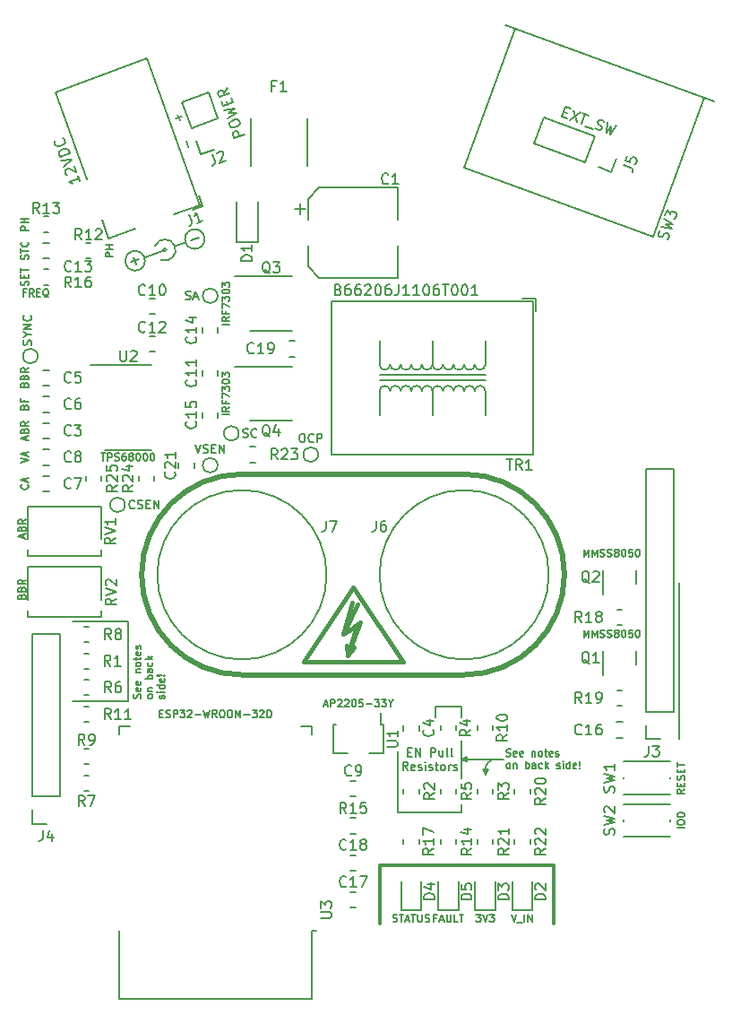
<source format=gbr>
%TF.GenerationSoftware,KiCad,Pcbnew,(6.0.0-0)*%
%TF.CreationDate,2022-03-12T23:19:40-06:00*%
%TF.ProjectId,SmartNeonPSU,536d6172-744e-4656-9f6e-5053552e6b69,rev?*%
%TF.SameCoordinates,Original*%
%TF.FileFunction,Legend,Top*%
%TF.FilePolarity,Positive*%
%FSLAX46Y46*%
G04 Gerber Fmt 4.6, Leading zero omitted, Abs format (unit mm)*
G04 Created by KiCad (PCBNEW (6.0.0-0)) date 2022-03-12 23:19:40*
%MOMM*%
%LPD*%
G01*
G04 APERTURE LIST*
%ADD10C,0.200000*%
%ADD11C,0.300000*%
%ADD12C,0.500000*%
%ADD13C,0.160000*%
%ADD14C,0.381000*%
%ADD15C,0.180000*%
G04 APERTURE END LIST*
D10*
X162500000Y-120200000D02*
X162500000Y-120700000D01*
X154250000Y-118500000D02*
X154250000Y-124249998D01*
X180778000Y-117270000D02*
X180778000Y-102538000D01*
D11*
X152500000Y-129250000D02*
X169000000Y-129250000D01*
D10*
X160250000Y-124249998D02*
X160250000Y-123499998D01*
X162250000Y-120200000D02*
X162500000Y-120700000D01*
X128750000Y-106170383D02*
X128750000Y-113700000D01*
X160750000Y-118950000D02*
X160750000Y-119450000D01*
X128750000Y-113700000D02*
X123500000Y-113700000D01*
X160250000Y-119200000D02*
X164250000Y-119200000D01*
D12*
X139500000Y-111250000D02*
X160500000Y-111250000D01*
X160500000Y-111250000D02*
G75*
G03*
X160500000Y-92298000I0J9476000D01*
G01*
D10*
X154250000Y-124249998D02*
X160250000Y-124249998D01*
D11*
X169000000Y-134750000D02*
X169000000Y-129250000D01*
D10*
X160250000Y-114249998D02*
X157750000Y-114249998D01*
X160250000Y-120999998D02*
X160250000Y-117499998D01*
D12*
X139500000Y-92298000D02*
X160500000Y-92298000D01*
D10*
X128750000Y-106170383D02*
X123500000Y-106170383D01*
X162750000Y-120200000D02*
X162250000Y-120200000D01*
X162500000Y-120700000D02*
X162750000Y-120200000D01*
X160750000Y-119450000D02*
X160250000Y-119200000D01*
D11*
X152500000Y-129250000D02*
X152500000Y-134750000D01*
D10*
X157750000Y-114249998D02*
X157750000Y-115249998D01*
X163500000Y-119200000D02*
G75*
G03*
X162500000Y-120200000I-1J-999999D01*
G01*
X160250000Y-119200000D02*
X160750000Y-118950000D01*
D12*
X139500000Y-92298000D02*
G75*
G03*
X139500000Y-111250000I0J-9476000D01*
G01*
D10*
X160250000Y-115249998D02*
X160250000Y-114249998D01*
D13*
X164487333Y-118919833D02*
X164587333Y-118953166D01*
X164754000Y-118953166D01*
X164820666Y-118919833D01*
X164854000Y-118886500D01*
X164887333Y-118819833D01*
X164887333Y-118753166D01*
X164854000Y-118686500D01*
X164820666Y-118653166D01*
X164754000Y-118619833D01*
X164620666Y-118586500D01*
X164554000Y-118553166D01*
X164520666Y-118519833D01*
X164487333Y-118453166D01*
X164487333Y-118386500D01*
X164520666Y-118319833D01*
X164554000Y-118286500D01*
X164620666Y-118253166D01*
X164787333Y-118253166D01*
X164887333Y-118286500D01*
X165454000Y-118919833D02*
X165387333Y-118953166D01*
X165254000Y-118953166D01*
X165187333Y-118919833D01*
X165154000Y-118853166D01*
X165154000Y-118586500D01*
X165187333Y-118519833D01*
X165254000Y-118486500D01*
X165387333Y-118486500D01*
X165454000Y-118519833D01*
X165487333Y-118586500D01*
X165487333Y-118653166D01*
X165154000Y-118719833D01*
X166054000Y-118919833D02*
X165987333Y-118953166D01*
X165854000Y-118953166D01*
X165787333Y-118919833D01*
X165754000Y-118853166D01*
X165754000Y-118586500D01*
X165787333Y-118519833D01*
X165854000Y-118486500D01*
X165987333Y-118486500D01*
X166054000Y-118519833D01*
X166087333Y-118586500D01*
X166087333Y-118653166D01*
X165754000Y-118719833D01*
X166920666Y-118486500D02*
X166920666Y-118953166D01*
X166920666Y-118553166D02*
X166954000Y-118519833D01*
X167020666Y-118486500D01*
X167120666Y-118486500D01*
X167187333Y-118519833D01*
X167220666Y-118586500D01*
X167220666Y-118953166D01*
X167654000Y-118953166D02*
X167587333Y-118919833D01*
X167554000Y-118886500D01*
X167520666Y-118819833D01*
X167520666Y-118619833D01*
X167554000Y-118553166D01*
X167587333Y-118519833D01*
X167654000Y-118486500D01*
X167754000Y-118486500D01*
X167820666Y-118519833D01*
X167854000Y-118553166D01*
X167887333Y-118619833D01*
X167887333Y-118819833D01*
X167854000Y-118886500D01*
X167820666Y-118919833D01*
X167754000Y-118953166D01*
X167654000Y-118953166D01*
X168087333Y-118486500D02*
X168354000Y-118486500D01*
X168187333Y-118253166D02*
X168187333Y-118853166D01*
X168220666Y-118919833D01*
X168287333Y-118953166D01*
X168354000Y-118953166D01*
X168854000Y-118919833D02*
X168787333Y-118953166D01*
X168654000Y-118953166D01*
X168587333Y-118919833D01*
X168554000Y-118853166D01*
X168554000Y-118586500D01*
X168587333Y-118519833D01*
X168654000Y-118486500D01*
X168787333Y-118486500D01*
X168854000Y-118519833D01*
X168887333Y-118586500D01*
X168887333Y-118653166D01*
X168554000Y-118719833D01*
X169154000Y-118919833D02*
X169220666Y-118953166D01*
X169354000Y-118953166D01*
X169420666Y-118919833D01*
X169454000Y-118853166D01*
X169454000Y-118819833D01*
X169420666Y-118753166D01*
X169354000Y-118719833D01*
X169254000Y-118719833D01*
X169187333Y-118686500D01*
X169154000Y-118619833D01*
X169154000Y-118586500D01*
X169187333Y-118519833D01*
X169254000Y-118486500D01*
X169354000Y-118486500D01*
X169420666Y-118519833D01*
X164620666Y-120080166D02*
X164554000Y-120046833D01*
X164520666Y-120013500D01*
X164487333Y-119946833D01*
X164487333Y-119746833D01*
X164520666Y-119680166D01*
X164554000Y-119646833D01*
X164620666Y-119613500D01*
X164720666Y-119613500D01*
X164787333Y-119646833D01*
X164820666Y-119680166D01*
X164854000Y-119746833D01*
X164854000Y-119946833D01*
X164820666Y-120013500D01*
X164787333Y-120046833D01*
X164720666Y-120080166D01*
X164620666Y-120080166D01*
X165154000Y-119613500D02*
X165154000Y-120080166D01*
X165154000Y-119680166D02*
X165187333Y-119646833D01*
X165254000Y-119613500D01*
X165354000Y-119613500D01*
X165420666Y-119646833D01*
X165454000Y-119713500D01*
X165454000Y-120080166D01*
X166320666Y-120080166D02*
X166320666Y-119380166D01*
X166320666Y-119646833D02*
X166387333Y-119613500D01*
X166520666Y-119613500D01*
X166587333Y-119646833D01*
X166620666Y-119680166D01*
X166654000Y-119746833D01*
X166654000Y-119946833D01*
X166620666Y-120013500D01*
X166587333Y-120046833D01*
X166520666Y-120080166D01*
X166387333Y-120080166D01*
X166320666Y-120046833D01*
X167254000Y-120080166D02*
X167254000Y-119713500D01*
X167220666Y-119646833D01*
X167154000Y-119613500D01*
X167020666Y-119613500D01*
X166954000Y-119646833D01*
X167254000Y-120046833D02*
X167187333Y-120080166D01*
X167020666Y-120080166D01*
X166954000Y-120046833D01*
X166920666Y-119980166D01*
X166920666Y-119913500D01*
X166954000Y-119846833D01*
X167020666Y-119813500D01*
X167187333Y-119813500D01*
X167254000Y-119780166D01*
X167887333Y-120046833D02*
X167820666Y-120080166D01*
X167687333Y-120080166D01*
X167620666Y-120046833D01*
X167587333Y-120013500D01*
X167554000Y-119946833D01*
X167554000Y-119746833D01*
X167587333Y-119680166D01*
X167620666Y-119646833D01*
X167687333Y-119613500D01*
X167820666Y-119613500D01*
X167887333Y-119646833D01*
X168187333Y-120080166D02*
X168187333Y-119380166D01*
X168254000Y-119813500D02*
X168454000Y-120080166D01*
X168454000Y-119613500D02*
X168187333Y-119880166D01*
X169254000Y-120046833D02*
X169320666Y-120080166D01*
X169454000Y-120080166D01*
X169520666Y-120046833D01*
X169554000Y-119980166D01*
X169554000Y-119946833D01*
X169520666Y-119880166D01*
X169454000Y-119846833D01*
X169354000Y-119846833D01*
X169287333Y-119813500D01*
X169254000Y-119746833D01*
X169254000Y-119713500D01*
X169287333Y-119646833D01*
X169354000Y-119613500D01*
X169454000Y-119613500D01*
X169520666Y-119646833D01*
X169854000Y-120080166D02*
X169854000Y-119613500D01*
X169854000Y-119380166D02*
X169820666Y-119413500D01*
X169854000Y-119446833D01*
X169887333Y-119413500D01*
X169854000Y-119380166D01*
X169854000Y-119446833D01*
X170487333Y-120080166D02*
X170487333Y-119380166D01*
X170487333Y-120046833D02*
X170420666Y-120080166D01*
X170287333Y-120080166D01*
X170220666Y-120046833D01*
X170187333Y-120013500D01*
X170154000Y-119946833D01*
X170154000Y-119746833D01*
X170187333Y-119680166D01*
X170220666Y-119646833D01*
X170287333Y-119613500D01*
X170420666Y-119613500D01*
X170487333Y-119646833D01*
X171087333Y-120046833D02*
X171020666Y-120080166D01*
X170887333Y-120080166D01*
X170820666Y-120046833D01*
X170787333Y-119980166D01*
X170787333Y-119713500D01*
X170820666Y-119646833D01*
X170887333Y-119613500D01*
X171020666Y-119613500D01*
X171087333Y-119646833D01*
X171120666Y-119713500D01*
X171120666Y-119780166D01*
X170787333Y-119846833D01*
X171420666Y-120013500D02*
X171454000Y-120046833D01*
X171420666Y-120080166D01*
X171387333Y-120046833D01*
X171420666Y-120013500D01*
X171420666Y-120080166D01*
X171420666Y-119813500D02*
X171387333Y-119413500D01*
X171420666Y-119380166D01*
X171454000Y-119413500D01*
X171420666Y-119813500D01*
X171420666Y-119380166D01*
X129906333Y-113462666D02*
X129939666Y-113362666D01*
X129939666Y-113196000D01*
X129906333Y-113129333D01*
X129873000Y-113096000D01*
X129806333Y-113062666D01*
X129739666Y-113062666D01*
X129673000Y-113096000D01*
X129639666Y-113129333D01*
X129606333Y-113196000D01*
X129573000Y-113329333D01*
X129539666Y-113396000D01*
X129506333Y-113429333D01*
X129439666Y-113462666D01*
X129373000Y-113462666D01*
X129306333Y-113429333D01*
X129273000Y-113396000D01*
X129239666Y-113329333D01*
X129239666Y-113162666D01*
X129273000Y-113062666D01*
X129906333Y-112496000D02*
X129939666Y-112562666D01*
X129939666Y-112696000D01*
X129906333Y-112762666D01*
X129839666Y-112796000D01*
X129573000Y-112796000D01*
X129506333Y-112762666D01*
X129473000Y-112696000D01*
X129473000Y-112562666D01*
X129506333Y-112496000D01*
X129573000Y-112462666D01*
X129639666Y-112462666D01*
X129706333Y-112796000D01*
X129906333Y-111896000D02*
X129939666Y-111962666D01*
X129939666Y-112096000D01*
X129906333Y-112162666D01*
X129839666Y-112196000D01*
X129573000Y-112196000D01*
X129506333Y-112162666D01*
X129473000Y-112096000D01*
X129473000Y-111962666D01*
X129506333Y-111896000D01*
X129573000Y-111862666D01*
X129639666Y-111862666D01*
X129706333Y-112196000D01*
X129473000Y-111029333D02*
X129939666Y-111029333D01*
X129539666Y-111029333D02*
X129506333Y-110996000D01*
X129473000Y-110929333D01*
X129473000Y-110829333D01*
X129506333Y-110762666D01*
X129573000Y-110729333D01*
X129939666Y-110729333D01*
X129939666Y-110296000D02*
X129906333Y-110362666D01*
X129873000Y-110396000D01*
X129806333Y-110429333D01*
X129606333Y-110429333D01*
X129539666Y-110396000D01*
X129506333Y-110362666D01*
X129473000Y-110296000D01*
X129473000Y-110196000D01*
X129506333Y-110129333D01*
X129539666Y-110096000D01*
X129606333Y-110062666D01*
X129806333Y-110062666D01*
X129873000Y-110096000D01*
X129906333Y-110129333D01*
X129939666Y-110196000D01*
X129939666Y-110296000D01*
X129473000Y-109862666D02*
X129473000Y-109596000D01*
X129239666Y-109762666D02*
X129839666Y-109762666D01*
X129906333Y-109729333D01*
X129939666Y-109662666D01*
X129939666Y-109596000D01*
X129906333Y-109096000D02*
X129939666Y-109162666D01*
X129939666Y-109296000D01*
X129906333Y-109362666D01*
X129839666Y-109396000D01*
X129573000Y-109396000D01*
X129506333Y-109362666D01*
X129473000Y-109296000D01*
X129473000Y-109162666D01*
X129506333Y-109096000D01*
X129573000Y-109062666D01*
X129639666Y-109062666D01*
X129706333Y-109396000D01*
X129906333Y-108796000D02*
X129939666Y-108729333D01*
X129939666Y-108596000D01*
X129906333Y-108529333D01*
X129839666Y-108496000D01*
X129806333Y-108496000D01*
X129739666Y-108529333D01*
X129706333Y-108596000D01*
X129706333Y-108696000D01*
X129673000Y-108762666D01*
X129606333Y-108796000D01*
X129573000Y-108796000D01*
X129506333Y-108762666D01*
X129473000Y-108696000D01*
X129473000Y-108596000D01*
X129506333Y-108529333D01*
X131066666Y-113329333D02*
X131033333Y-113396000D01*
X131000000Y-113429333D01*
X130933333Y-113462666D01*
X130733333Y-113462666D01*
X130666666Y-113429333D01*
X130633333Y-113396000D01*
X130600000Y-113329333D01*
X130600000Y-113229333D01*
X130633333Y-113162666D01*
X130666666Y-113129333D01*
X130733333Y-113096000D01*
X130933333Y-113096000D01*
X131000000Y-113129333D01*
X131033333Y-113162666D01*
X131066666Y-113229333D01*
X131066666Y-113329333D01*
X130600000Y-112796000D02*
X131066666Y-112796000D01*
X130666666Y-112796000D02*
X130633333Y-112762666D01*
X130600000Y-112696000D01*
X130600000Y-112596000D01*
X130633333Y-112529333D01*
X130700000Y-112496000D01*
X131066666Y-112496000D01*
X131066666Y-111629333D02*
X130366666Y-111629333D01*
X130633333Y-111629333D02*
X130600000Y-111562666D01*
X130600000Y-111429333D01*
X130633333Y-111362666D01*
X130666666Y-111329333D01*
X130733333Y-111296000D01*
X130933333Y-111296000D01*
X131000000Y-111329333D01*
X131033333Y-111362666D01*
X131066666Y-111429333D01*
X131066666Y-111562666D01*
X131033333Y-111629333D01*
X131066666Y-110696000D02*
X130700000Y-110696000D01*
X130633333Y-110729333D01*
X130600000Y-110796000D01*
X130600000Y-110929333D01*
X130633333Y-110996000D01*
X131033333Y-110696000D02*
X131066666Y-110762666D01*
X131066666Y-110929333D01*
X131033333Y-110996000D01*
X130966666Y-111029333D01*
X130900000Y-111029333D01*
X130833333Y-110996000D01*
X130800000Y-110929333D01*
X130800000Y-110762666D01*
X130766666Y-110696000D01*
X131033333Y-110062666D02*
X131066666Y-110129333D01*
X131066666Y-110262666D01*
X131033333Y-110329333D01*
X131000000Y-110362666D01*
X130933333Y-110396000D01*
X130733333Y-110396000D01*
X130666666Y-110362666D01*
X130633333Y-110329333D01*
X130600000Y-110262666D01*
X130600000Y-110129333D01*
X130633333Y-110062666D01*
X131066666Y-109762666D02*
X130366666Y-109762666D01*
X130800000Y-109696000D02*
X131066666Y-109496000D01*
X130600000Y-109496000D02*
X130866666Y-109762666D01*
X132160333Y-113462666D02*
X132193666Y-113396000D01*
X132193666Y-113262666D01*
X132160333Y-113196000D01*
X132093666Y-113162666D01*
X132060333Y-113162666D01*
X131993666Y-113196000D01*
X131960333Y-113262666D01*
X131960333Y-113362666D01*
X131927000Y-113429333D01*
X131860333Y-113462666D01*
X131827000Y-113462666D01*
X131760333Y-113429333D01*
X131727000Y-113362666D01*
X131727000Y-113262666D01*
X131760333Y-113196000D01*
X132193666Y-112862666D02*
X131727000Y-112862666D01*
X131493666Y-112862666D02*
X131527000Y-112896000D01*
X131560333Y-112862666D01*
X131527000Y-112829333D01*
X131493666Y-112862666D01*
X131560333Y-112862666D01*
X132193666Y-112229333D02*
X131493666Y-112229333D01*
X132160333Y-112229333D02*
X132193666Y-112296000D01*
X132193666Y-112429333D01*
X132160333Y-112496000D01*
X132127000Y-112529333D01*
X132060333Y-112562666D01*
X131860333Y-112562666D01*
X131793666Y-112529333D01*
X131760333Y-112496000D01*
X131727000Y-112429333D01*
X131727000Y-112296000D01*
X131760333Y-112229333D01*
X132160333Y-111629333D02*
X132193666Y-111696000D01*
X132193666Y-111829333D01*
X132160333Y-111896000D01*
X132093666Y-111929333D01*
X131827000Y-111929333D01*
X131760333Y-111896000D01*
X131727000Y-111829333D01*
X131727000Y-111696000D01*
X131760333Y-111629333D01*
X131827000Y-111596000D01*
X131893666Y-111596000D01*
X131960333Y-111929333D01*
X132127000Y-111296000D02*
X132160333Y-111262666D01*
X132193666Y-111296000D01*
X132160333Y-111329333D01*
X132127000Y-111296000D01*
X132193666Y-111296000D01*
X131927000Y-111296000D02*
X131527000Y-111329333D01*
X131493666Y-111296000D01*
X131527000Y-111262666D01*
X131927000Y-111296000D01*
X131493666Y-111296000D01*
X155173809Y-118548855D02*
X155440476Y-118548855D01*
X155554761Y-118967902D02*
X155173809Y-118967902D01*
X155173809Y-118167902D01*
X155554761Y-118167902D01*
X155897619Y-118967902D02*
X155897619Y-118167902D01*
X156354761Y-118967902D01*
X156354761Y-118167902D01*
X157345238Y-118967902D02*
X157345238Y-118167902D01*
X157650000Y-118167902D01*
X157726190Y-118205998D01*
X157764285Y-118244093D01*
X157802380Y-118320283D01*
X157802380Y-118434569D01*
X157764285Y-118510759D01*
X157726190Y-118548855D01*
X157650000Y-118586950D01*
X157345238Y-118586950D01*
X158488095Y-118434569D02*
X158488095Y-118967902D01*
X158145238Y-118434569D02*
X158145238Y-118853617D01*
X158183333Y-118929807D01*
X158259523Y-118967902D01*
X158373809Y-118967902D01*
X158450000Y-118929807D01*
X158488095Y-118891712D01*
X158983333Y-118967902D02*
X158907142Y-118929807D01*
X158869047Y-118853617D01*
X158869047Y-118167902D01*
X159402380Y-118967902D02*
X159326190Y-118929807D01*
X159288095Y-118853617D01*
X159288095Y-118167902D01*
X155154761Y-120255902D02*
X154888095Y-119874950D01*
X154697619Y-120255902D02*
X154697619Y-119455902D01*
X155002380Y-119455902D01*
X155078571Y-119493998D01*
X155116666Y-119532093D01*
X155154761Y-119608283D01*
X155154761Y-119722569D01*
X155116666Y-119798759D01*
X155078571Y-119836855D01*
X155002380Y-119874950D01*
X154697619Y-119874950D01*
X155802380Y-120217807D02*
X155726190Y-120255902D01*
X155573809Y-120255902D01*
X155497619Y-120217807D01*
X155459523Y-120141617D01*
X155459523Y-119836855D01*
X155497619Y-119760664D01*
X155573809Y-119722569D01*
X155726190Y-119722569D01*
X155802380Y-119760664D01*
X155840476Y-119836855D01*
X155840476Y-119913045D01*
X155459523Y-119989236D01*
X156145238Y-120217807D02*
X156221428Y-120255902D01*
X156373809Y-120255902D01*
X156450000Y-120217807D01*
X156488095Y-120141617D01*
X156488095Y-120103521D01*
X156450000Y-120027331D01*
X156373809Y-119989236D01*
X156259523Y-119989236D01*
X156183333Y-119951140D01*
X156145238Y-119874950D01*
X156145238Y-119836855D01*
X156183333Y-119760664D01*
X156259523Y-119722569D01*
X156373809Y-119722569D01*
X156450000Y-119760664D01*
X156830952Y-120255902D02*
X156830952Y-119722569D01*
X156830952Y-119455902D02*
X156792857Y-119493998D01*
X156830952Y-119532093D01*
X156869047Y-119493998D01*
X156830952Y-119455902D01*
X156830952Y-119532093D01*
X157173809Y-120217807D02*
X157250000Y-120255902D01*
X157402380Y-120255902D01*
X157478571Y-120217807D01*
X157516666Y-120141617D01*
X157516666Y-120103521D01*
X157478571Y-120027331D01*
X157402380Y-119989236D01*
X157288095Y-119989236D01*
X157211904Y-119951140D01*
X157173809Y-119874950D01*
X157173809Y-119836855D01*
X157211904Y-119760664D01*
X157288095Y-119722569D01*
X157402380Y-119722569D01*
X157478571Y-119760664D01*
X157745238Y-119722569D02*
X158050000Y-119722569D01*
X157859523Y-119455902D02*
X157859523Y-120141617D01*
X157897619Y-120217807D01*
X157973809Y-120255902D01*
X158050000Y-120255902D01*
X158430952Y-120255902D02*
X158354761Y-120217807D01*
X158316666Y-120179712D01*
X158278571Y-120103521D01*
X158278571Y-119874950D01*
X158316666Y-119798759D01*
X158354761Y-119760664D01*
X158430952Y-119722569D01*
X158545238Y-119722569D01*
X158621428Y-119760664D01*
X158659523Y-119798759D01*
X158697619Y-119874950D01*
X158697619Y-120103521D01*
X158659523Y-120179712D01*
X158621428Y-120217807D01*
X158545238Y-120255902D01*
X158430952Y-120255902D01*
X159040476Y-120255902D02*
X159040476Y-119722569D01*
X159040476Y-119874950D02*
X159078571Y-119798759D01*
X159116666Y-119760664D01*
X159192857Y-119722569D01*
X159269047Y-119722569D01*
X159497619Y-120217807D02*
X159573809Y-120255902D01*
X159726190Y-120255902D01*
X159802380Y-120217807D01*
X159840476Y-120141617D01*
X159840476Y-120103521D01*
X159802380Y-120027331D01*
X159726190Y-119989236D01*
X159611904Y-119989236D01*
X159535714Y-119951140D01*
X159497619Y-119874950D01*
X159497619Y-119836855D01*
X159535714Y-119760664D01*
X159611904Y-119722569D01*
X159726190Y-119722569D01*
X159802380Y-119760664D01*
D10*
%TO.C,R23*%
X142857142Y-90902380D02*
X142523809Y-90426190D01*
X142285714Y-90902380D02*
X142285714Y-89902380D01*
X142666666Y-89902380D01*
X142761904Y-89950000D01*
X142809523Y-89997619D01*
X142857142Y-90092857D01*
X142857142Y-90235714D01*
X142809523Y-90330952D01*
X142761904Y-90378571D01*
X142666666Y-90426190D01*
X142285714Y-90426190D01*
X143238095Y-89997619D02*
X143285714Y-89950000D01*
X143380952Y-89902380D01*
X143619047Y-89902380D01*
X143714285Y-89950000D01*
X143761904Y-89997619D01*
X143809523Y-90092857D01*
X143809523Y-90188095D01*
X143761904Y-90330952D01*
X143190476Y-90902380D01*
X143809523Y-90902380D01*
X144142857Y-89902380D02*
X144761904Y-89902380D01*
X144428571Y-90283333D01*
X144571428Y-90283333D01*
X144666666Y-90330952D01*
X144714285Y-90378571D01*
X144761904Y-90473809D01*
X144761904Y-90711904D01*
X144714285Y-90807142D01*
X144666666Y-90854761D01*
X144571428Y-90902380D01*
X144285714Y-90902380D01*
X144190476Y-90854761D01*
X144142857Y-90807142D01*
%TO.C,R4*%
X161102380Y-116416666D02*
X160626190Y-116750000D01*
X161102380Y-116988095D02*
X160102380Y-116988095D01*
X160102380Y-116607142D01*
X160150000Y-116511904D01*
X160197619Y-116464285D01*
X160292857Y-116416666D01*
X160435714Y-116416666D01*
X160530952Y-116464285D01*
X160578571Y-116511904D01*
X160626190Y-116607142D01*
X160626190Y-116988095D01*
X160435714Y-115559523D02*
X161102380Y-115559523D01*
X160054761Y-115797619D02*
X160769047Y-116035714D01*
X160769047Y-115416666D01*
%TO.C,SW3*%
X179674324Y-70141360D02*
X179767932Y-70023405D01*
X179849365Y-69799668D01*
X179837191Y-69693887D01*
X179808731Y-69632853D01*
X179735523Y-69555532D01*
X179646028Y-69522959D01*
X179540247Y-69535133D01*
X179479213Y-69563594D01*
X179401892Y-69636802D01*
X179291998Y-69799504D01*
X179214678Y-69872712D01*
X179153644Y-69901172D01*
X179047863Y-69913346D01*
X178958368Y-69880773D01*
X178885160Y-69803452D01*
X178856700Y-69742418D01*
X178844526Y-69636637D01*
X178925959Y-69412901D01*
X179019566Y-69294946D01*
X179088826Y-68965428D02*
X180109952Y-69083712D01*
X179503890Y-68660423D01*
X180240245Y-68725734D01*
X179381986Y-68159977D01*
X179479706Y-67891494D02*
X179691433Y-67309779D01*
X179935404Y-67753304D01*
X179984264Y-67619062D01*
X180061585Y-67545854D01*
X180122619Y-67517393D01*
X180228400Y-67505219D01*
X180452136Y-67586653D01*
X180525344Y-67663973D01*
X180553805Y-67725007D01*
X180565979Y-67830788D01*
X180468259Y-68099272D01*
X180390938Y-68172480D01*
X180329904Y-68200941D01*
%TO.C,U2*%
X127988095Y-80652380D02*
X127988095Y-81461904D01*
X128035714Y-81557142D01*
X128083333Y-81604761D01*
X128178571Y-81652380D01*
X128369047Y-81652380D01*
X128464285Y-81604761D01*
X128511904Y-81557142D01*
X128559523Y-81461904D01*
X128559523Y-80652380D01*
X128988095Y-80747619D02*
X129035714Y-80700000D01*
X129130952Y-80652380D01*
X129369047Y-80652380D01*
X129464285Y-80700000D01*
X129511904Y-80747619D01*
X129559523Y-80842857D01*
X129559523Y-80938095D01*
X129511904Y-81080952D01*
X128940476Y-81652380D01*
X129559523Y-81652380D01*
D13*
X126200000Y-90316666D02*
X126600000Y-90316666D01*
X126400000Y-91016666D02*
X126400000Y-90316666D01*
X126833333Y-91016666D02*
X126833333Y-90316666D01*
X127100000Y-90316666D01*
X127166666Y-90350000D01*
X127200000Y-90383333D01*
X127233333Y-90450000D01*
X127233333Y-90550000D01*
X127200000Y-90616666D01*
X127166666Y-90650000D01*
X127100000Y-90683333D01*
X126833333Y-90683333D01*
X127500000Y-90983333D02*
X127600000Y-91016666D01*
X127766666Y-91016666D01*
X127833333Y-90983333D01*
X127866666Y-90950000D01*
X127900000Y-90883333D01*
X127900000Y-90816666D01*
X127866666Y-90750000D01*
X127833333Y-90716666D01*
X127766666Y-90683333D01*
X127633333Y-90650000D01*
X127566666Y-90616666D01*
X127533333Y-90583333D01*
X127500000Y-90516666D01*
X127500000Y-90450000D01*
X127533333Y-90383333D01*
X127566666Y-90350000D01*
X127633333Y-90316666D01*
X127800000Y-90316666D01*
X127900000Y-90350000D01*
X128500000Y-90316666D02*
X128366666Y-90316666D01*
X128300000Y-90350000D01*
X128266666Y-90383333D01*
X128200000Y-90483333D01*
X128166666Y-90616666D01*
X128166666Y-90883333D01*
X128200000Y-90950000D01*
X128233333Y-90983333D01*
X128300000Y-91016666D01*
X128433333Y-91016666D01*
X128500000Y-90983333D01*
X128533333Y-90950000D01*
X128566666Y-90883333D01*
X128566666Y-90716666D01*
X128533333Y-90650000D01*
X128500000Y-90616666D01*
X128433333Y-90583333D01*
X128300000Y-90583333D01*
X128233333Y-90616666D01*
X128200000Y-90650000D01*
X128166666Y-90716666D01*
X128966666Y-90616666D02*
X128900000Y-90583333D01*
X128866666Y-90550000D01*
X128833333Y-90483333D01*
X128833333Y-90450000D01*
X128866666Y-90383333D01*
X128900000Y-90350000D01*
X128966666Y-90316666D01*
X129100000Y-90316666D01*
X129166666Y-90350000D01*
X129200000Y-90383333D01*
X129233333Y-90450000D01*
X129233333Y-90483333D01*
X129200000Y-90550000D01*
X129166666Y-90583333D01*
X129100000Y-90616666D01*
X128966666Y-90616666D01*
X128900000Y-90650000D01*
X128866666Y-90683333D01*
X128833333Y-90750000D01*
X128833333Y-90883333D01*
X128866666Y-90950000D01*
X128900000Y-90983333D01*
X128966666Y-91016666D01*
X129100000Y-91016666D01*
X129166666Y-90983333D01*
X129200000Y-90950000D01*
X129233333Y-90883333D01*
X129233333Y-90750000D01*
X129200000Y-90683333D01*
X129166666Y-90650000D01*
X129100000Y-90616666D01*
X129666666Y-90316666D02*
X129733333Y-90316666D01*
X129800000Y-90350000D01*
X129833333Y-90383333D01*
X129866666Y-90450000D01*
X129900000Y-90583333D01*
X129900000Y-90750000D01*
X129866666Y-90883333D01*
X129833333Y-90950000D01*
X129800000Y-90983333D01*
X129733333Y-91016666D01*
X129666666Y-91016666D01*
X129600000Y-90983333D01*
X129566666Y-90950000D01*
X129533333Y-90883333D01*
X129500000Y-90750000D01*
X129500000Y-90583333D01*
X129533333Y-90450000D01*
X129566666Y-90383333D01*
X129600000Y-90350000D01*
X129666666Y-90316666D01*
X130333333Y-90316666D02*
X130400000Y-90316666D01*
X130466666Y-90350000D01*
X130500000Y-90383333D01*
X130533333Y-90450000D01*
X130566666Y-90583333D01*
X130566666Y-90750000D01*
X130533333Y-90883333D01*
X130500000Y-90950000D01*
X130466666Y-90983333D01*
X130400000Y-91016666D01*
X130333333Y-91016666D01*
X130266666Y-90983333D01*
X130233333Y-90950000D01*
X130200000Y-90883333D01*
X130166666Y-90750000D01*
X130166666Y-90583333D01*
X130200000Y-90450000D01*
X130233333Y-90383333D01*
X130266666Y-90350000D01*
X130333333Y-90316666D01*
X131000000Y-90316666D02*
X131066666Y-90316666D01*
X131133333Y-90350000D01*
X131166666Y-90383333D01*
X131200000Y-90450000D01*
X131233333Y-90583333D01*
X131233333Y-90750000D01*
X131200000Y-90883333D01*
X131166666Y-90950000D01*
X131133333Y-90983333D01*
X131066666Y-91016666D01*
X131000000Y-91016666D01*
X130933333Y-90983333D01*
X130900000Y-90950000D01*
X130866666Y-90883333D01*
X130833333Y-90750000D01*
X130833333Y-90583333D01*
X130866666Y-90450000D01*
X130900000Y-90383333D01*
X130933333Y-90350000D01*
X131000000Y-90316666D01*
D10*
%TO.C,R8*%
X127143333Y-107902380D02*
X126810000Y-107426190D01*
X126571904Y-107902380D02*
X126571904Y-106902380D01*
X126952857Y-106902380D01*
X127048095Y-106950000D01*
X127095714Y-106997619D01*
X127143333Y-107092857D01*
X127143333Y-107235714D01*
X127095714Y-107330952D01*
X127048095Y-107378571D01*
X126952857Y-107426190D01*
X126571904Y-107426190D01*
X127714761Y-107330952D02*
X127619523Y-107283333D01*
X127571904Y-107235714D01*
X127524285Y-107140476D01*
X127524285Y-107092857D01*
X127571904Y-106997619D01*
X127619523Y-106950000D01*
X127714761Y-106902380D01*
X127905238Y-106902380D01*
X128000476Y-106950000D01*
X128048095Y-106997619D01*
X128095714Y-107092857D01*
X128095714Y-107140476D01*
X128048095Y-107235714D01*
X128000476Y-107283333D01*
X127905238Y-107330952D01*
X127714761Y-107330952D01*
X127619523Y-107378571D01*
X127571904Y-107426190D01*
X127524285Y-107521428D01*
X127524285Y-107711904D01*
X127571904Y-107807142D01*
X127619523Y-107854761D01*
X127714761Y-107902380D01*
X127905238Y-107902380D01*
X128000476Y-107854761D01*
X128048095Y-107807142D01*
X128095714Y-107711904D01*
X128095714Y-107521428D01*
X128048095Y-107426190D01*
X128000476Y-107378571D01*
X127905238Y-107330952D01*
%TO.C,SW2*%
X174654761Y-126333333D02*
X174702380Y-126190476D01*
X174702380Y-125952380D01*
X174654761Y-125857142D01*
X174607142Y-125809523D01*
X174511904Y-125761904D01*
X174416666Y-125761904D01*
X174321428Y-125809523D01*
X174273809Y-125857142D01*
X174226190Y-125952380D01*
X174178571Y-126142857D01*
X174130952Y-126238095D01*
X174083333Y-126285714D01*
X173988095Y-126333333D01*
X173892857Y-126333333D01*
X173797619Y-126285714D01*
X173750000Y-126238095D01*
X173702380Y-126142857D01*
X173702380Y-125904761D01*
X173750000Y-125761904D01*
X173702380Y-125428571D02*
X174702380Y-125190476D01*
X173988095Y-125000000D01*
X174702380Y-124809523D01*
X173702380Y-124571428D01*
X173797619Y-124238095D02*
X173750000Y-124190476D01*
X173702380Y-124095238D01*
X173702380Y-123857142D01*
X173750000Y-123761904D01*
X173797619Y-123714285D01*
X173892857Y-123666666D01*
X173988095Y-123666666D01*
X174130952Y-123714285D01*
X174702380Y-124285714D01*
X174702380Y-123666666D01*
D13*
X181316666Y-125699998D02*
X180616666Y-125699998D01*
X180616666Y-125233331D02*
X180616666Y-125099998D01*
X180650000Y-125033331D01*
X180716666Y-124966664D01*
X180850000Y-124933331D01*
X181083333Y-124933331D01*
X181216666Y-124966664D01*
X181283333Y-125033331D01*
X181316666Y-125099998D01*
X181316666Y-125233331D01*
X181283333Y-125299998D01*
X181216666Y-125366664D01*
X181083333Y-125399998D01*
X180850000Y-125399998D01*
X180716666Y-125366664D01*
X180650000Y-125299998D01*
X180616666Y-125233331D01*
X180616666Y-124499998D02*
X180616666Y-124433331D01*
X180650000Y-124366664D01*
X180683333Y-124333331D01*
X180750000Y-124299998D01*
X180883333Y-124266664D01*
X181050000Y-124266664D01*
X181183333Y-124299998D01*
X181250000Y-124333331D01*
X181283333Y-124366664D01*
X181316666Y-124433331D01*
X181316666Y-124499998D01*
X181283333Y-124566664D01*
X181250000Y-124599998D01*
X181183333Y-124633331D01*
X181050000Y-124666664D01*
X180883333Y-124666664D01*
X180750000Y-124633331D01*
X180683333Y-124599998D01*
X180650000Y-124566664D01*
X180616666Y-124499998D01*
D10*
%TO.C,R7*%
X124643333Y-123652380D02*
X124310000Y-123176190D01*
X124071904Y-123652380D02*
X124071904Y-122652380D01*
X124452857Y-122652380D01*
X124548095Y-122700000D01*
X124595714Y-122747619D01*
X124643333Y-122842857D01*
X124643333Y-122985714D01*
X124595714Y-123080952D01*
X124548095Y-123128571D01*
X124452857Y-123176190D01*
X124071904Y-123176190D01*
X124976666Y-122652380D02*
X125643333Y-122652380D01*
X125214761Y-123652380D01*
%TO.C,R14*%
X161202380Y-127642855D02*
X160726190Y-127976188D01*
X161202380Y-128214283D02*
X160202380Y-128214283D01*
X160202380Y-127833331D01*
X160250000Y-127738093D01*
X160297619Y-127690474D01*
X160392857Y-127642855D01*
X160535714Y-127642855D01*
X160630952Y-127690474D01*
X160678571Y-127738093D01*
X160726190Y-127833331D01*
X160726190Y-128214283D01*
X161202380Y-126690474D02*
X161202380Y-127261902D01*
X161202380Y-126976188D02*
X160202380Y-126976188D01*
X160345238Y-127071426D01*
X160440476Y-127166664D01*
X160488095Y-127261902D01*
X160535714Y-125833331D02*
X161202380Y-125833331D01*
X160154761Y-126071426D02*
X160869047Y-126309521D01*
X160869047Y-125690474D01*
%TO.C,Q2*%
X172344761Y-102577619D02*
X172249523Y-102530000D01*
X172154285Y-102434761D01*
X172011428Y-102291904D01*
X171916190Y-102244285D01*
X171820952Y-102244285D01*
X171868571Y-102482380D02*
X171773333Y-102434761D01*
X171678095Y-102339523D01*
X171630476Y-102149047D01*
X171630476Y-101815714D01*
X171678095Y-101625238D01*
X171773333Y-101530000D01*
X171868571Y-101482380D01*
X172059047Y-101482380D01*
X172154285Y-101530000D01*
X172249523Y-101625238D01*
X172297142Y-101815714D01*
X172297142Y-102149047D01*
X172249523Y-102339523D01*
X172154285Y-102434761D01*
X172059047Y-102482380D01*
X171868571Y-102482380D01*
X172678095Y-101577619D02*
X172725714Y-101530000D01*
X172820952Y-101482380D01*
X173059047Y-101482380D01*
X173154285Y-101530000D01*
X173201904Y-101577619D01*
X173249523Y-101672857D01*
X173249523Y-101768095D01*
X173201904Y-101910952D01*
X172630476Y-102482380D01*
X173249523Y-102482380D01*
D13*
X171806666Y-100096666D02*
X171806666Y-99396666D01*
X172040000Y-99896666D01*
X172273333Y-99396666D01*
X172273333Y-100096666D01*
X172606666Y-100096666D02*
X172606666Y-99396666D01*
X172840000Y-99896666D01*
X173073333Y-99396666D01*
X173073333Y-100096666D01*
X173373333Y-100063333D02*
X173473333Y-100096666D01*
X173640000Y-100096666D01*
X173706666Y-100063333D01*
X173740000Y-100030000D01*
X173773333Y-99963333D01*
X173773333Y-99896666D01*
X173740000Y-99830000D01*
X173706666Y-99796666D01*
X173640000Y-99763333D01*
X173506666Y-99730000D01*
X173440000Y-99696666D01*
X173406666Y-99663333D01*
X173373333Y-99596666D01*
X173373333Y-99530000D01*
X173406666Y-99463333D01*
X173440000Y-99430000D01*
X173506666Y-99396666D01*
X173673333Y-99396666D01*
X173773333Y-99430000D01*
X174040000Y-100063333D02*
X174140000Y-100096666D01*
X174306666Y-100096666D01*
X174373333Y-100063333D01*
X174406666Y-100030000D01*
X174440000Y-99963333D01*
X174440000Y-99896666D01*
X174406666Y-99830000D01*
X174373333Y-99796666D01*
X174306666Y-99763333D01*
X174173333Y-99730000D01*
X174106666Y-99696666D01*
X174073333Y-99663333D01*
X174040000Y-99596666D01*
X174040000Y-99530000D01*
X174073333Y-99463333D01*
X174106666Y-99430000D01*
X174173333Y-99396666D01*
X174340000Y-99396666D01*
X174440000Y-99430000D01*
X174840000Y-99696666D02*
X174773333Y-99663333D01*
X174740000Y-99630000D01*
X174706666Y-99563333D01*
X174706666Y-99530000D01*
X174740000Y-99463333D01*
X174773333Y-99430000D01*
X174840000Y-99396666D01*
X174973333Y-99396666D01*
X175040000Y-99430000D01*
X175073333Y-99463333D01*
X175106666Y-99530000D01*
X175106666Y-99563333D01*
X175073333Y-99630000D01*
X175040000Y-99663333D01*
X174973333Y-99696666D01*
X174840000Y-99696666D01*
X174773333Y-99730000D01*
X174740000Y-99763333D01*
X174706666Y-99830000D01*
X174706666Y-99963333D01*
X174740000Y-100030000D01*
X174773333Y-100063333D01*
X174840000Y-100096666D01*
X174973333Y-100096666D01*
X175040000Y-100063333D01*
X175073333Y-100030000D01*
X175106666Y-99963333D01*
X175106666Y-99830000D01*
X175073333Y-99763333D01*
X175040000Y-99730000D01*
X174973333Y-99696666D01*
X175540000Y-99396666D02*
X175606666Y-99396666D01*
X175673333Y-99430000D01*
X175706666Y-99463333D01*
X175740000Y-99530000D01*
X175773333Y-99663333D01*
X175773333Y-99830000D01*
X175740000Y-99963333D01*
X175706666Y-100030000D01*
X175673333Y-100063333D01*
X175606666Y-100096666D01*
X175540000Y-100096666D01*
X175473333Y-100063333D01*
X175440000Y-100030000D01*
X175406666Y-99963333D01*
X175373333Y-99830000D01*
X175373333Y-99663333D01*
X175406666Y-99530000D01*
X175440000Y-99463333D01*
X175473333Y-99430000D01*
X175540000Y-99396666D01*
X176406666Y-99396666D02*
X176073333Y-99396666D01*
X176040000Y-99730000D01*
X176073333Y-99696666D01*
X176140000Y-99663333D01*
X176306666Y-99663333D01*
X176373333Y-99696666D01*
X176406666Y-99730000D01*
X176440000Y-99796666D01*
X176440000Y-99963333D01*
X176406666Y-100030000D01*
X176373333Y-100063333D01*
X176306666Y-100096666D01*
X176140000Y-100096666D01*
X176073333Y-100063333D01*
X176040000Y-100030000D01*
X176873333Y-99396666D02*
X176940000Y-99396666D01*
X177006666Y-99430000D01*
X177040000Y-99463333D01*
X177073333Y-99530000D01*
X177106666Y-99663333D01*
X177106666Y-99830000D01*
X177073333Y-99963333D01*
X177040000Y-100030000D01*
X177006666Y-100063333D01*
X176940000Y-100096666D01*
X176873333Y-100096666D01*
X176806666Y-100063333D01*
X176773333Y-100030000D01*
X176740000Y-99963333D01*
X176706666Y-99830000D01*
X176706666Y-99663333D01*
X176740000Y-99530000D01*
X176773333Y-99463333D01*
X176806666Y-99430000D01*
X176873333Y-99396666D01*
D10*
%TO.C,U1*%
X153202380Y-118061904D02*
X154011904Y-118061904D01*
X154107142Y-118014285D01*
X154154761Y-117966666D01*
X154202380Y-117871428D01*
X154202380Y-117680952D01*
X154154761Y-117585714D01*
X154107142Y-117538095D01*
X154011904Y-117490476D01*
X153202380Y-117490476D01*
X154202380Y-116490476D02*
X154202380Y-117061904D01*
X154202380Y-116776190D02*
X153202380Y-116776190D01*
X153345238Y-116871428D01*
X153440476Y-116966666D01*
X153488095Y-117061904D01*
D13*
X147250000Y-114066666D02*
X147583333Y-114066666D01*
X147183333Y-114266666D02*
X147416666Y-113566666D01*
X147650000Y-114266666D01*
X147883333Y-114266666D02*
X147883333Y-113566666D01*
X148150000Y-113566666D01*
X148216666Y-113600000D01*
X148250000Y-113633333D01*
X148283333Y-113700000D01*
X148283333Y-113800000D01*
X148250000Y-113866666D01*
X148216666Y-113900000D01*
X148150000Y-113933333D01*
X147883333Y-113933333D01*
X148550000Y-113633333D02*
X148583333Y-113600000D01*
X148650000Y-113566666D01*
X148816666Y-113566666D01*
X148883333Y-113600000D01*
X148916666Y-113633333D01*
X148950000Y-113700000D01*
X148950000Y-113766666D01*
X148916666Y-113866666D01*
X148516666Y-114266666D01*
X148950000Y-114266666D01*
X149216666Y-113633333D02*
X149250000Y-113600000D01*
X149316666Y-113566666D01*
X149483333Y-113566666D01*
X149550000Y-113600000D01*
X149583333Y-113633333D01*
X149616666Y-113700000D01*
X149616666Y-113766666D01*
X149583333Y-113866666D01*
X149183333Y-114266666D01*
X149616666Y-114266666D01*
X150050000Y-113566666D02*
X150116666Y-113566666D01*
X150183333Y-113600000D01*
X150216666Y-113633333D01*
X150250000Y-113700000D01*
X150283333Y-113833333D01*
X150283333Y-114000000D01*
X150250000Y-114133333D01*
X150216666Y-114200000D01*
X150183333Y-114233333D01*
X150116666Y-114266666D01*
X150050000Y-114266666D01*
X149983333Y-114233333D01*
X149950000Y-114200000D01*
X149916666Y-114133333D01*
X149883333Y-114000000D01*
X149883333Y-113833333D01*
X149916666Y-113700000D01*
X149950000Y-113633333D01*
X149983333Y-113600000D01*
X150050000Y-113566666D01*
X150916666Y-113566666D02*
X150583333Y-113566666D01*
X150550000Y-113900000D01*
X150583333Y-113866666D01*
X150650000Y-113833333D01*
X150816666Y-113833333D01*
X150883333Y-113866666D01*
X150916666Y-113900000D01*
X150950000Y-113966666D01*
X150950000Y-114133333D01*
X150916666Y-114200000D01*
X150883333Y-114233333D01*
X150816666Y-114266666D01*
X150650000Y-114266666D01*
X150583333Y-114233333D01*
X150550000Y-114200000D01*
X151250000Y-114000000D02*
X151783333Y-114000000D01*
X152050000Y-113566666D02*
X152483333Y-113566666D01*
X152250000Y-113833333D01*
X152350000Y-113833333D01*
X152416666Y-113866666D01*
X152450000Y-113900000D01*
X152483333Y-113966666D01*
X152483333Y-114133333D01*
X152450000Y-114200000D01*
X152416666Y-114233333D01*
X152350000Y-114266666D01*
X152150000Y-114266666D01*
X152083333Y-114233333D01*
X152050000Y-114200000D01*
X152716666Y-113566666D02*
X153150000Y-113566666D01*
X152916666Y-113833333D01*
X153016666Y-113833333D01*
X153083333Y-113866666D01*
X153116666Y-113900000D01*
X153150000Y-113966666D01*
X153150000Y-114133333D01*
X153116666Y-114200000D01*
X153083333Y-114233333D01*
X153016666Y-114266666D01*
X152816666Y-114266666D01*
X152750000Y-114233333D01*
X152716666Y-114200000D01*
X153583333Y-113933333D02*
X153583333Y-114266666D01*
X153350000Y-113566666D02*
X153583333Y-113933333D01*
X153816666Y-113566666D01*
D10*
%TO.C,C4*%
X157537142Y-116416666D02*
X157584761Y-116464285D01*
X157632380Y-116607142D01*
X157632380Y-116702380D01*
X157584761Y-116845238D01*
X157489523Y-116940476D01*
X157394285Y-116988095D01*
X157203809Y-117035714D01*
X157060952Y-117035714D01*
X156870476Y-116988095D01*
X156775238Y-116940476D01*
X156680000Y-116845238D01*
X156632380Y-116702380D01*
X156632380Y-116607142D01*
X156680000Y-116464285D01*
X156727619Y-116416666D01*
X156965714Y-115559523D02*
X157632380Y-115559523D01*
X156584761Y-115797619D02*
X157299047Y-116035714D01*
X157299047Y-115416666D01*
%TO.C,R2*%
X157702380Y-122416664D02*
X157226190Y-122749998D01*
X157702380Y-122988093D02*
X156702380Y-122988093D01*
X156702380Y-122607140D01*
X156750000Y-122511902D01*
X156797619Y-122464283D01*
X156892857Y-122416664D01*
X157035714Y-122416664D01*
X157130952Y-122464283D01*
X157178571Y-122511902D01*
X157226190Y-122607140D01*
X157226190Y-122988093D01*
X156797619Y-122035712D02*
X156750000Y-121988093D01*
X156702380Y-121892855D01*
X156702380Y-121654759D01*
X156750000Y-121559521D01*
X156797619Y-121511902D01*
X156892857Y-121464283D01*
X156988095Y-121464283D01*
X157130952Y-121511902D01*
X157702380Y-122083331D01*
X157702380Y-121464283D01*
%TO.C,R1*%
X127083333Y-110402380D02*
X126750000Y-109926190D01*
X126511904Y-110402380D02*
X126511904Y-109402380D01*
X126892857Y-109402380D01*
X126988095Y-109450000D01*
X127035714Y-109497619D01*
X127083333Y-109592857D01*
X127083333Y-109735714D01*
X127035714Y-109830952D01*
X126988095Y-109878571D01*
X126892857Y-109926190D01*
X126511904Y-109926190D01*
X128035714Y-110402380D02*
X127464285Y-110402380D01*
X127750000Y-110402380D02*
X127750000Y-109402380D01*
X127654761Y-109545238D01*
X127559523Y-109640476D01*
X127464285Y-109688095D01*
%TO.C,C3*%
X123333333Y-88557142D02*
X123285714Y-88604761D01*
X123142857Y-88652380D01*
X123047619Y-88652380D01*
X122904761Y-88604761D01*
X122809523Y-88509523D01*
X122761904Y-88414285D01*
X122714285Y-88223809D01*
X122714285Y-88080952D01*
X122761904Y-87890476D01*
X122809523Y-87795238D01*
X122904761Y-87700000D01*
X123047619Y-87652380D01*
X123142857Y-87652380D01*
X123285714Y-87700000D01*
X123333333Y-87747619D01*
X123666666Y-87652380D02*
X124285714Y-87652380D01*
X123952380Y-88033333D01*
X124095238Y-88033333D01*
X124190476Y-88080952D01*
X124238095Y-88128571D01*
X124285714Y-88223809D01*
X124285714Y-88461904D01*
X124238095Y-88557142D01*
X124190476Y-88604761D01*
X124095238Y-88652380D01*
X123809523Y-88652380D01*
X123714285Y-88604761D01*
X123666666Y-88557142D01*
D13*
X119116666Y-89066666D02*
X119116666Y-88733333D01*
X119316666Y-89133333D02*
X118616666Y-88900000D01*
X119316666Y-88666666D01*
X118950000Y-88200000D02*
X118983333Y-88100000D01*
X119016666Y-88066666D01*
X119083333Y-88033333D01*
X119183333Y-88033333D01*
X119250000Y-88066666D01*
X119283333Y-88100000D01*
X119316666Y-88166666D01*
X119316666Y-88433333D01*
X118616666Y-88433333D01*
X118616666Y-88200000D01*
X118650000Y-88133333D01*
X118683333Y-88100000D01*
X118750000Y-88066666D01*
X118816666Y-88066666D01*
X118883333Y-88100000D01*
X118916666Y-88133333D01*
X118950000Y-88200000D01*
X118950000Y-88433333D01*
X119316666Y-87333333D02*
X118983333Y-87566666D01*
X119316666Y-87733333D02*
X118616666Y-87733333D01*
X118616666Y-87466666D01*
X118650000Y-87400000D01*
X118683333Y-87366666D01*
X118750000Y-87333333D01*
X118850000Y-87333333D01*
X118916666Y-87366666D01*
X118950000Y-87400000D01*
X118983333Y-87466666D01*
X118983333Y-87733333D01*
D10*
%TO.C,J6*%
X152166666Y-96702380D02*
X152166666Y-97416666D01*
X152119047Y-97559523D01*
X152023809Y-97654761D01*
X151880952Y-97702380D01*
X151785714Y-97702380D01*
X153071428Y-96702380D02*
X152880952Y-96702380D01*
X152785714Y-96750000D01*
X152738095Y-96797619D01*
X152642857Y-96940476D01*
X152595238Y-97130952D01*
X152595238Y-97511904D01*
X152642857Y-97607142D01*
X152690476Y-97654761D01*
X152785714Y-97702380D01*
X152976190Y-97702380D01*
X153071428Y-97654761D01*
X153119047Y-97607142D01*
X153166666Y-97511904D01*
X153166666Y-97273809D01*
X153119047Y-97178571D01*
X153071428Y-97130952D01*
X152976190Y-97083333D01*
X152785714Y-97083333D01*
X152690476Y-97130952D01*
X152642857Y-97178571D01*
X152595238Y-97273809D01*
D13*
%TO.C,TP6*%
X139621428Y-88773809D02*
X139735714Y-88811904D01*
X139926190Y-88811904D01*
X140002380Y-88773809D01*
X140040476Y-88735714D01*
X140078571Y-88659523D01*
X140078571Y-88583333D01*
X140040476Y-88507142D01*
X140002380Y-88469047D01*
X139926190Y-88430952D01*
X139773809Y-88392857D01*
X139697619Y-88354761D01*
X139659523Y-88316666D01*
X139621428Y-88240476D01*
X139621428Y-88164285D01*
X139659523Y-88088095D01*
X139697619Y-88050000D01*
X139773809Y-88011904D01*
X139964285Y-88011904D01*
X140078571Y-88050000D01*
X140878571Y-88735714D02*
X140840476Y-88773809D01*
X140726190Y-88811904D01*
X140650000Y-88811904D01*
X140535714Y-88773809D01*
X140459523Y-88697619D01*
X140421428Y-88621428D01*
X140383333Y-88469047D01*
X140383333Y-88354761D01*
X140421428Y-88202380D01*
X140459523Y-88126190D01*
X140535714Y-88050000D01*
X140650000Y-88011904D01*
X140726190Y-88011904D01*
X140840476Y-88050000D01*
X140878571Y-88088095D01*
D10*
%TO.C,Q4*%
X142154761Y-88747619D02*
X142059523Y-88700000D01*
X141964285Y-88604761D01*
X141821428Y-88461904D01*
X141726190Y-88414285D01*
X141630952Y-88414285D01*
X141678571Y-88652380D02*
X141583333Y-88604761D01*
X141488095Y-88509523D01*
X141440476Y-88319047D01*
X141440476Y-87985714D01*
X141488095Y-87795238D01*
X141583333Y-87700000D01*
X141678571Y-87652380D01*
X141869047Y-87652380D01*
X141964285Y-87700000D01*
X142059523Y-87795238D01*
X142107142Y-87985714D01*
X142107142Y-88319047D01*
X142059523Y-88509523D01*
X141964285Y-88604761D01*
X141869047Y-88652380D01*
X141678571Y-88652380D01*
X142964285Y-87985714D02*
X142964285Y-88652380D01*
X142726190Y-87604761D02*
X142488095Y-88319047D01*
X143107142Y-88319047D01*
D13*
X138316666Y-86683333D02*
X137616666Y-86683333D01*
X138316666Y-85950000D02*
X137983333Y-86183333D01*
X138316666Y-86350000D02*
X137616666Y-86350000D01*
X137616666Y-86083333D01*
X137650000Y-86016666D01*
X137683333Y-85983333D01*
X137750000Y-85950000D01*
X137850000Y-85950000D01*
X137916666Y-85983333D01*
X137950000Y-86016666D01*
X137983333Y-86083333D01*
X137983333Y-86350000D01*
X137950000Y-85416666D02*
X137950000Y-85650000D01*
X138316666Y-85650000D02*
X137616666Y-85650000D01*
X137616666Y-85316666D01*
X137616666Y-85116666D02*
X137616666Y-84650000D01*
X138316666Y-84950000D01*
X137616666Y-84450000D02*
X137616666Y-84016666D01*
X137883333Y-84250000D01*
X137883333Y-84150000D01*
X137916666Y-84083333D01*
X137950000Y-84050000D01*
X138016666Y-84016666D01*
X138183333Y-84016666D01*
X138250000Y-84050000D01*
X138283333Y-84083333D01*
X138316666Y-84150000D01*
X138316666Y-84350000D01*
X138283333Y-84416666D01*
X138250000Y-84450000D01*
X137616666Y-83583333D02*
X137616666Y-83516666D01*
X137650000Y-83450000D01*
X137683333Y-83416666D01*
X137750000Y-83383333D01*
X137883333Y-83350000D01*
X138050000Y-83350000D01*
X138183333Y-83383333D01*
X138250000Y-83416666D01*
X138283333Y-83450000D01*
X138316666Y-83516666D01*
X138316666Y-83583333D01*
X138283333Y-83650000D01*
X138250000Y-83683333D01*
X138183333Y-83716666D01*
X138050000Y-83750000D01*
X137883333Y-83750000D01*
X137750000Y-83716666D01*
X137683333Y-83683333D01*
X137650000Y-83650000D01*
X137616666Y-83583333D01*
X137616666Y-83116666D02*
X137616666Y-82683333D01*
X137883333Y-82916666D01*
X137883333Y-82816666D01*
X137916666Y-82750000D01*
X137950000Y-82716666D01*
X138016666Y-82683333D01*
X138183333Y-82683333D01*
X138250000Y-82716666D01*
X138283333Y-82750000D01*
X138316666Y-82816666D01*
X138316666Y-83016666D01*
X138283333Y-83083333D01*
X138250000Y-83116666D01*
D10*
%TO.C,C7*%
X123333333Y-93557142D02*
X123285714Y-93604761D01*
X123142857Y-93652380D01*
X123047619Y-93652380D01*
X122904761Y-93604761D01*
X122809523Y-93509523D01*
X122761904Y-93414285D01*
X122714285Y-93223809D01*
X122714285Y-93080952D01*
X122761904Y-92890476D01*
X122809523Y-92795238D01*
X122904761Y-92700000D01*
X123047619Y-92652380D01*
X123142857Y-92652380D01*
X123285714Y-92700000D01*
X123333333Y-92747619D01*
X123666666Y-92652380D02*
X124333333Y-92652380D01*
X123904761Y-93652380D01*
D13*
X119250000Y-93283333D02*
X119283333Y-93316666D01*
X119316666Y-93416666D01*
X119316666Y-93483333D01*
X119283333Y-93583333D01*
X119216666Y-93650000D01*
X119150000Y-93683333D01*
X119016666Y-93716666D01*
X118916666Y-93716666D01*
X118783333Y-93683333D01*
X118716666Y-93650000D01*
X118650000Y-93583333D01*
X118616666Y-93483333D01*
X118616666Y-93416666D01*
X118650000Y-93316666D01*
X118683333Y-93283333D01*
X119116666Y-93016666D02*
X119116666Y-92683333D01*
X119316666Y-93083333D02*
X118616666Y-92850000D01*
X119316666Y-92616666D01*
D10*
%TO.C,R19*%
X171607142Y-113912380D02*
X171273809Y-113436190D01*
X171035714Y-113912380D02*
X171035714Y-112912380D01*
X171416666Y-112912380D01*
X171511904Y-112960000D01*
X171559523Y-113007619D01*
X171607142Y-113102857D01*
X171607142Y-113245714D01*
X171559523Y-113340952D01*
X171511904Y-113388571D01*
X171416666Y-113436190D01*
X171035714Y-113436190D01*
X172559523Y-113912380D02*
X171988095Y-113912380D01*
X172273809Y-113912380D02*
X172273809Y-112912380D01*
X172178571Y-113055238D01*
X172083333Y-113150476D01*
X171988095Y-113198095D01*
X173035714Y-113912380D02*
X173226190Y-113912380D01*
X173321428Y-113864761D01*
X173369047Y-113817142D01*
X173464285Y-113674285D01*
X173511904Y-113483809D01*
X173511904Y-113102857D01*
X173464285Y-113007619D01*
X173416666Y-112960000D01*
X173321428Y-112912380D01*
X173130952Y-112912380D01*
X173035714Y-112960000D01*
X172988095Y-113007619D01*
X172940476Y-113102857D01*
X172940476Y-113340952D01*
X172988095Y-113436190D01*
X173035714Y-113483809D01*
X173130952Y-113531428D01*
X173321428Y-113531428D01*
X173416666Y-113483809D01*
X173464285Y-113436190D01*
X173511904Y-113340952D01*
%TO.C,R6*%
X127143333Y-112902380D02*
X126810000Y-112426190D01*
X126571904Y-112902380D02*
X126571904Y-111902380D01*
X126952857Y-111902380D01*
X127048095Y-111950000D01*
X127095714Y-111997619D01*
X127143333Y-112092857D01*
X127143333Y-112235714D01*
X127095714Y-112330952D01*
X127048095Y-112378571D01*
X126952857Y-112426190D01*
X126571904Y-112426190D01*
X128000476Y-111902380D02*
X127810000Y-111902380D01*
X127714761Y-111950000D01*
X127667142Y-111997619D01*
X127571904Y-112140476D01*
X127524285Y-112330952D01*
X127524285Y-112711904D01*
X127571904Y-112807142D01*
X127619523Y-112854761D01*
X127714761Y-112902380D01*
X127905238Y-112902380D01*
X128000476Y-112854761D01*
X128048095Y-112807142D01*
X128095714Y-112711904D01*
X128095714Y-112473809D01*
X128048095Y-112378571D01*
X128000476Y-112330952D01*
X127905238Y-112283333D01*
X127714761Y-112283333D01*
X127619523Y-112330952D01*
X127571904Y-112378571D01*
X127524285Y-112473809D01*
%TO.C,R24*%
X129202380Y-93342857D02*
X128726190Y-93676190D01*
X129202380Y-93914285D02*
X128202380Y-93914285D01*
X128202380Y-93533333D01*
X128250000Y-93438095D01*
X128297619Y-93390476D01*
X128392857Y-93342857D01*
X128535714Y-93342857D01*
X128630952Y-93390476D01*
X128678571Y-93438095D01*
X128726190Y-93533333D01*
X128726190Y-93914285D01*
X128297619Y-92961904D02*
X128250000Y-92914285D01*
X128202380Y-92819047D01*
X128202380Y-92580952D01*
X128250000Y-92485714D01*
X128297619Y-92438095D01*
X128392857Y-92390476D01*
X128488095Y-92390476D01*
X128630952Y-92438095D01*
X129202380Y-93009523D01*
X129202380Y-92390476D01*
X128535714Y-91533333D02*
X129202380Y-91533333D01*
X128154761Y-91771428D02*
X128869047Y-92009523D01*
X128869047Y-91390476D01*
%TO.C,D3*%
X164702380Y-132483320D02*
X163702380Y-132483320D01*
X163702380Y-132245225D01*
X163750000Y-132102367D01*
X163845238Y-132007129D01*
X163940476Y-131959510D01*
X164130952Y-131911891D01*
X164273809Y-131911891D01*
X164464285Y-131959510D01*
X164559523Y-132007129D01*
X164654761Y-132102367D01*
X164702380Y-132245225D01*
X164702380Y-132483320D01*
X163702380Y-131578558D02*
X163702380Y-130959510D01*
X164083333Y-131292844D01*
X164083333Y-131149986D01*
X164130952Y-131054748D01*
X164178571Y-131007129D01*
X164273809Y-130959510D01*
X164511904Y-130959510D01*
X164607142Y-131007129D01*
X164654761Y-131054748D01*
X164702380Y-131149986D01*
X164702380Y-131435701D01*
X164654761Y-131530939D01*
X164607142Y-131578558D01*
D13*
X161633331Y-133861893D02*
X162066664Y-133861893D01*
X161833331Y-134128560D01*
X161933331Y-134128560D01*
X161999998Y-134161893D01*
X162033331Y-134195227D01*
X162066664Y-134261893D01*
X162066664Y-134428560D01*
X162033331Y-134495227D01*
X161999998Y-134528560D01*
X161933331Y-134561893D01*
X161733331Y-134561893D01*
X161666664Y-134528560D01*
X161633331Y-134495227D01*
X162266664Y-133861893D02*
X162499998Y-134561893D01*
X162733331Y-133861893D01*
X162899998Y-133861893D02*
X163333331Y-133861893D01*
X163099998Y-134128560D01*
X163199998Y-134128560D01*
X163266664Y-134161893D01*
X163299998Y-134195227D01*
X163333331Y-134261893D01*
X163333331Y-134428560D01*
X163299998Y-134495227D01*
X163266664Y-134528560D01*
X163199998Y-134561893D01*
X162999998Y-134561893D01*
X162933331Y-134528560D01*
X162899998Y-134495227D01*
%TO.C,TP5*%
X134178571Y-75773809D02*
X134292857Y-75811904D01*
X134483333Y-75811904D01*
X134559523Y-75773809D01*
X134597619Y-75735714D01*
X134635714Y-75659523D01*
X134635714Y-75583333D01*
X134597619Y-75507142D01*
X134559523Y-75469047D01*
X134483333Y-75430952D01*
X134330952Y-75392857D01*
X134254761Y-75354761D01*
X134216666Y-75316666D01*
X134178571Y-75240476D01*
X134178571Y-75164285D01*
X134216666Y-75088095D01*
X134254761Y-75050000D01*
X134330952Y-75011904D01*
X134521428Y-75011904D01*
X134635714Y-75050000D01*
X134940476Y-75583333D02*
X135321428Y-75583333D01*
X134864285Y-75811904D02*
X135130952Y-75011904D01*
X135397619Y-75811904D01*
D10*
%TO.C,C10*%
X130357142Y-75307142D02*
X130309523Y-75354761D01*
X130166666Y-75402380D01*
X130071428Y-75402380D01*
X129928571Y-75354761D01*
X129833333Y-75259523D01*
X129785714Y-75164285D01*
X129738095Y-74973809D01*
X129738095Y-74830952D01*
X129785714Y-74640476D01*
X129833333Y-74545238D01*
X129928571Y-74450000D01*
X130071428Y-74402380D01*
X130166666Y-74402380D01*
X130309523Y-74450000D01*
X130357142Y-74497619D01*
X131309523Y-75402380D02*
X130738095Y-75402380D01*
X131023809Y-75402380D02*
X131023809Y-74402380D01*
X130928571Y-74545238D01*
X130833333Y-74640476D01*
X130738095Y-74688095D01*
X131928571Y-74402380D02*
X132023809Y-74402380D01*
X132119047Y-74450000D01*
X132166666Y-74497619D01*
X132214285Y-74592857D01*
X132261904Y-74783333D01*
X132261904Y-75021428D01*
X132214285Y-75211904D01*
X132166666Y-75307142D01*
X132119047Y-75354761D01*
X132023809Y-75402380D01*
X131928571Y-75402380D01*
X131833333Y-75354761D01*
X131785714Y-75307142D01*
X131738095Y-75211904D01*
X131690476Y-75021428D01*
X131690476Y-74783333D01*
X131738095Y-74592857D01*
X131785714Y-74497619D01*
X131833333Y-74450000D01*
X131928571Y-74402380D01*
%TO.C,R3*%
X164702380Y-122416664D02*
X164226190Y-122749998D01*
X164702380Y-122988093D02*
X163702380Y-122988093D01*
X163702380Y-122607140D01*
X163750000Y-122511902D01*
X163797619Y-122464283D01*
X163892857Y-122416664D01*
X164035714Y-122416664D01*
X164130952Y-122464283D01*
X164178571Y-122511902D01*
X164226190Y-122607140D01*
X164226190Y-122988093D01*
X163702380Y-122083331D02*
X163702380Y-121464283D01*
X164083333Y-121797617D01*
X164083333Y-121654759D01*
X164130952Y-121559521D01*
X164178571Y-121511902D01*
X164273809Y-121464283D01*
X164511904Y-121464283D01*
X164607142Y-121511902D01*
X164654761Y-121559521D01*
X164702380Y-121654759D01*
X164702380Y-121940474D01*
X164654761Y-122035712D01*
X164607142Y-122083331D01*
%TO.C,R17*%
X157602380Y-127642857D02*
X157126190Y-127976190D01*
X157602380Y-128214285D02*
X156602380Y-128214285D01*
X156602380Y-127833333D01*
X156650000Y-127738095D01*
X156697619Y-127690476D01*
X156792857Y-127642857D01*
X156935714Y-127642857D01*
X157030952Y-127690476D01*
X157078571Y-127738095D01*
X157126190Y-127833333D01*
X157126190Y-128214285D01*
X157602380Y-126690476D02*
X157602380Y-127261904D01*
X157602380Y-126976190D02*
X156602380Y-126976190D01*
X156745238Y-127071428D01*
X156840476Y-127166666D01*
X156888095Y-127261904D01*
X156602380Y-126357142D02*
X156602380Y-125690476D01*
X157602380Y-126119047D01*
%TO.C,C6*%
X123333333Y-86057142D02*
X123285714Y-86104761D01*
X123142857Y-86152380D01*
X123047619Y-86152380D01*
X122904761Y-86104761D01*
X122809523Y-86009523D01*
X122761904Y-85914285D01*
X122714285Y-85723809D01*
X122714285Y-85580952D01*
X122761904Y-85390476D01*
X122809523Y-85295238D01*
X122904761Y-85200000D01*
X123047619Y-85152380D01*
X123142857Y-85152380D01*
X123285714Y-85200000D01*
X123333333Y-85247619D01*
X124190476Y-85152380D02*
X124000000Y-85152380D01*
X123904761Y-85200000D01*
X123857142Y-85247619D01*
X123761904Y-85390476D01*
X123714285Y-85580952D01*
X123714285Y-85961904D01*
X123761904Y-86057142D01*
X123809523Y-86104761D01*
X123904761Y-86152380D01*
X124095238Y-86152380D01*
X124190476Y-86104761D01*
X124238095Y-86057142D01*
X124285714Y-85961904D01*
X124285714Y-85723809D01*
X124238095Y-85628571D01*
X124190476Y-85580952D01*
X124095238Y-85533333D01*
X123904761Y-85533333D01*
X123809523Y-85580952D01*
X123761904Y-85628571D01*
X123714285Y-85723809D01*
D13*
X118950000Y-85950000D02*
X118983333Y-85850000D01*
X119016666Y-85816666D01*
X119083333Y-85783333D01*
X119183333Y-85783333D01*
X119250000Y-85816666D01*
X119283333Y-85850000D01*
X119316666Y-85916666D01*
X119316666Y-86183333D01*
X118616666Y-86183333D01*
X118616666Y-85950000D01*
X118650000Y-85883333D01*
X118683333Y-85850000D01*
X118750000Y-85816666D01*
X118816666Y-85816666D01*
X118883333Y-85850000D01*
X118916666Y-85883333D01*
X118950000Y-85950000D01*
X118950000Y-86183333D01*
X118950000Y-85250000D02*
X118950000Y-85483333D01*
X119316666Y-85483333D02*
X118616666Y-85483333D01*
X118616666Y-85150000D01*
D10*
%TO.C,C13*%
X123357142Y-73057142D02*
X123309523Y-73104761D01*
X123166666Y-73152380D01*
X123071428Y-73152380D01*
X122928571Y-73104761D01*
X122833333Y-73009523D01*
X122785714Y-72914285D01*
X122738095Y-72723809D01*
X122738095Y-72580952D01*
X122785714Y-72390476D01*
X122833333Y-72295238D01*
X122928571Y-72200000D01*
X123071428Y-72152380D01*
X123166666Y-72152380D01*
X123309523Y-72200000D01*
X123357142Y-72247619D01*
X124309523Y-73152380D02*
X123738095Y-73152380D01*
X124023809Y-73152380D02*
X124023809Y-72152380D01*
X123928571Y-72295238D01*
X123833333Y-72390476D01*
X123738095Y-72438095D01*
X124642857Y-72152380D02*
X125261904Y-72152380D01*
X124928571Y-72533333D01*
X125071428Y-72533333D01*
X125166666Y-72580952D01*
X125214285Y-72628571D01*
X125261904Y-72723809D01*
X125261904Y-72961904D01*
X125214285Y-73057142D01*
X125166666Y-73104761D01*
X125071428Y-73152380D01*
X124785714Y-73152380D01*
X124690476Y-73104761D01*
X124642857Y-73057142D01*
D13*
X119283333Y-72016666D02*
X119316666Y-71916666D01*
X119316666Y-71750000D01*
X119283333Y-71683333D01*
X119250000Y-71650000D01*
X119183333Y-71616666D01*
X119116666Y-71616666D01*
X119050000Y-71650000D01*
X119016666Y-71683333D01*
X118983333Y-71750000D01*
X118950000Y-71883333D01*
X118916666Y-71950000D01*
X118883333Y-71983333D01*
X118816666Y-72016666D01*
X118750000Y-72016666D01*
X118683333Y-71983333D01*
X118650000Y-71950000D01*
X118616666Y-71883333D01*
X118616666Y-71716666D01*
X118650000Y-71616666D01*
X118616666Y-71416666D02*
X118616666Y-71016666D01*
X119316666Y-71216666D02*
X118616666Y-71216666D01*
X119250000Y-70383333D02*
X119283333Y-70416666D01*
X119316666Y-70516666D01*
X119316666Y-70583333D01*
X119283333Y-70683333D01*
X119216666Y-70750000D01*
X119150000Y-70783333D01*
X119016666Y-70816666D01*
X118916666Y-70816666D01*
X118783333Y-70783333D01*
X118716666Y-70750000D01*
X118650000Y-70683333D01*
X118616666Y-70583333D01*
X118616666Y-70516666D01*
X118650000Y-70416666D01*
X118683333Y-70383333D01*
D10*
%TO.C,R25*%
X127702380Y-93342857D02*
X127226190Y-93676190D01*
X127702380Y-93914285D02*
X126702380Y-93914285D01*
X126702380Y-93533333D01*
X126750000Y-93438095D01*
X126797619Y-93390476D01*
X126892857Y-93342857D01*
X127035714Y-93342857D01*
X127130952Y-93390476D01*
X127178571Y-93438095D01*
X127226190Y-93533333D01*
X127226190Y-93914285D01*
X126797619Y-92961904D02*
X126750000Y-92914285D01*
X126702380Y-92819047D01*
X126702380Y-92580952D01*
X126750000Y-92485714D01*
X126797619Y-92438095D01*
X126892857Y-92390476D01*
X126988095Y-92390476D01*
X127130952Y-92438095D01*
X127702380Y-93009523D01*
X127702380Y-92390476D01*
X126702380Y-91485714D02*
X126702380Y-91961904D01*
X127178571Y-92009523D01*
X127130952Y-91961904D01*
X127083333Y-91866666D01*
X127083333Y-91628571D01*
X127130952Y-91533333D01*
X127178571Y-91485714D01*
X127273809Y-91438095D01*
X127511904Y-91438095D01*
X127607142Y-91485714D01*
X127654761Y-91533333D01*
X127702380Y-91628571D01*
X127702380Y-91866666D01*
X127654761Y-91961904D01*
X127607142Y-92009523D01*
%TO.C,R20*%
X168202380Y-122892857D02*
X167726190Y-123226190D01*
X168202380Y-123464285D02*
X167202380Y-123464285D01*
X167202380Y-123083333D01*
X167250000Y-122988095D01*
X167297619Y-122940476D01*
X167392857Y-122892857D01*
X167535714Y-122892857D01*
X167630952Y-122940476D01*
X167678571Y-122988095D01*
X167726190Y-123083333D01*
X167726190Y-123464285D01*
X167297619Y-122511904D02*
X167250000Y-122464285D01*
X167202380Y-122369047D01*
X167202380Y-122130952D01*
X167250000Y-122035714D01*
X167297619Y-121988095D01*
X167392857Y-121940476D01*
X167488095Y-121940476D01*
X167630952Y-121988095D01*
X168202380Y-122559523D01*
X168202380Y-121940476D01*
X167202380Y-121321428D02*
X167202380Y-121226190D01*
X167250000Y-121130952D01*
X167297619Y-121083333D01*
X167392857Y-121035714D01*
X167583333Y-120988095D01*
X167821428Y-120988095D01*
X168011904Y-121035714D01*
X168107142Y-121083333D01*
X168154761Y-121130952D01*
X168202380Y-121226190D01*
X168202380Y-121321428D01*
X168154761Y-121416666D01*
X168107142Y-121464285D01*
X168011904Y-121511904D01*
X167821428Y-121559523D01*
X167583333Y-121559523D01*
X167392857Y-121511904D01*
X167297619Y-121464285D01*
X167250000Y-121416666D01*
X167202380Y-121321428D01*
%TO.C,RV2*%
X127604004Y-104045236D02*
X127127814Y-104378569D01*
X127604004Y-104616664D02*
X126604004Y-104616664D01*
X126604004Y-104235712D01*
X126651624Y-104140474D01*
X126699243Y-104092855D01*
X126794481Y-104045236D01*
X126937338Y-104045236D01*
X127032576Y-104092855D01*
X127080195Y-104140474D01*
X127127814Y-104235712D01*
X127127814Y-104616664D01*
X126604004Y-103759521D02*
X127604004Y-103426188D01*
X126604004Y-103092855D01*
X126699243Y-102807140D02*
X126651624Y-102759521D01*
X126604004Y-102664283D01*
X126604004Y-102426188D01*
X126651624Y-102330950D01*
X126699243Y-102283331D01*
X126794481Y-102235712D01*
X126889719Y-102235712D01*
X127032576Y-102283331D01*
X127604004Y-102854759D01*
X127604004Y-102235712D01*
D13*
X118700000Y-103850000D02*
X118733333Y-103750000D01*
X118766666Y-103716666D01*
X118833333Y-103683333D01*
X118933333Y-103683333D01*
X119000000Y-103716666D01*
X119033333Y-103750000D01*
X119066666Y-103816666D01*
X119066666Y-104083333D01*
X118366666Y-104083333D01*
X118366666Y-103850000D01*
X118400000Y-103783333D01*
X118433333Y-103750000D01*
X118500000Y-103716666D01*
X118566666Y-103716666D01*
X118633333Y-103750000D01*
X118666666Y-103783333D01*
X118700000Y-103850000D01*
X118700000Y-104083333D01*
X118700000Y-103150000D02*
X118733333Y-103050000D01*
X118766666Y-103016666D01*
X118833333Y-102983333D01*
X118933333Y-102983333D01*
X119000000Y-103016666D01*
X119033333Y-103050000D01*
X119066666Y-103116666D01*
X119066666Y-103383333D01*
X118366666Y-103383333D01*
X118366666Y-103150000D01*
X118400000Y-103083333D01*
X118433333Y-103050000D01*
X118500000Y-103016666D01*
X118566666Y-103016666D01*
X118633333Y-103050000D01*
X118666666Y-103083333D01*
X118700000Y-103150000D01*
X118700000Y-103383333D01*
X119066666Y-102283333D02*
X118733333Y-102516666D01*
X119066666Y-102683333D02*
X118366666Y-102683333D01*
X118366666Y-102416666D01*
X118400000Y-102350000D01*
X118433333Y-102316666D01*
X118500000Y-102283333D01*
X118600000Y-102283333D01*
X118666666Y-102316666D01*
X118700000Y-102350000D01*
X118733333Y-102416666D01*
X118733333Y-102683333D01*
D10*
%TO.C,R16*%
X123357142Y-74652380D02*
X123023809Y-74176190D01*
X122785714Y-74652380D02*
X122785714Y-73652380D01*
X123166666Y-73652380D01*
X123261904Y-73700000D01*
X123309523Y-73747619D01*
X123357142Y-73842857D01*
X123357142Y-73985714D01*
X123309523Y-74080952D01*
X123261904Y-74128571D01*
X123166666Y-74176190D01*
X122785714Y-74176190D01*
X124309523Y-74652380D02*
X123738095Y-74652380D01*
X124023809Y-74652380D02*
X124023809Y-73652380D01*
X123928571Y-73795238D01*
X123833333Y-73890476D01*
X123738095Y-73938095D01*
X125166666Y-73652380D02*
X124976190Y-73652380D01*
X124880952Y-73700000D01*
X124833333Y-73747619D01*
X124738095Y-73890476D01*
X124690476Y-74080952D01*
X124690476Y-74461904D01*
X124738095Y-74557142D01*
X124785714Y-74604761D01*
X124880952Y-74652380D01*
X125071428Y-74652380D01*
X125166666Y-74604761D01*
X125214285Y-74557142D01*
X125261904Y-74461904D01*
X125261904Y-74223809D01*
X125214285Y-74128571D01*
X125166666Y-74080952D01*
X125071428Y-74033333D01*
X124880952Y-74033333D01*
X124785714Y-74080952D01*
X124738095Y-74128571D01*
X124690476Y-74223809D01*
D13*
X119066666Y-75150000D02*
X118833333Y-75150000D01*
X118833333Y-75516666D02*
X118833333Y-74816666D01*
X119166666Y-74816666D01*
X119833333Y-75516666D02*
X119600000Y-75183333D01*
X119433333Y-75516666D02*
X119433333Y-74816666D01*
X119700000Y-74816666D01*
X119766666Y-74850000D01*
X119800000Y-74883333D01*
X119833333Y-74950000D01*
X119833333Y-75050000D01*
X119800000Y-75116666D01*
X119766666Y-75150000D01*
X119700000Y-75183333D01*
X119433333Y-75183333D01*
X120133333Y-75150000D02*
X120366666Y-75150000D01*
X120466666Y-75516666D02*
X120133333Y-75516666D01*
X120133333Y-74816666D01*
X120466666Y-74816666D01*
X121233333Y-75583333D02*
X121166666Y-75550000D01*
X121100000Y-75483333D01*
X121000000Y-75383333D01*
X120933333Y-75350000D01*
X120866666Y-75350000D01*
X120900000Y-75516666D02*
X120833333Y-75483333D01*
X120766666Y-75416666D01*
X120733333Y-75283333D01*
X120733333Y-75050000D01*
X120766666Y-74916666D01*
X120833333Y-74850000D01*
X120900000Y-74816666D01*
X121033333Y-74816666D01*
X121100000Y-74850000D01*
X121166666Y-74916666D01*
X121200000Y-75050000D01*
X121200000Y-75283333D01*
X121166666Y-75416666D01*
X121100000Y-75483333D01*
X121033333Y-75516666D01*
X120900000Y-75516666D01*
X119283333Y-74483333D02*
X119316666Y-74383333D01*
X119316666Y-74216666D01*
X119283333Y-74150000D01*
X119250000Y-74116666D01*
X119183333Y-74083333D01*
X119116666Y-74083333D01*
X119050000Y-74116666D01*
X119016666Y-74150000D01*
X118983333Y-74216666D01*
X118950000Y-74350000D01*
X118916666Y-74416666D01*
X118883333Y-74450000D01*
X118816666Y-74483333D01*
X118750000Y-74483333D01*
X118683333Y-74450000D01*
X118650000Y-74416666D01*
X118616666Y-74350000D01*
X118616666Y-74183333D01*
X118650000Y-74083333D01*
X118950000Y-73783333D02*
X118950000Y-73550000D01*
X119316666Y-73450000D02*
X119316666Y-73783333D01*
X118616666Y-73783333D01*
X118616666Y-73450000D01*
X118616666Y-73250000D02*
X118616666Y-72850000D01*
X119316666Y-73050000D02*
X118616666Y-73050000D01*
D10*
%TO.C,C11*%
X135107142Y-83392859D02*
X135154761Y-83440478D01*
X135202380Y-83583335D01*
X135202380Y-83678573D01*
X135154761Y-83821430D01*
X135059523Y-83916668D01*
X134964285Y-83964287D01*
X134773809Y-84011906D01*
X134630952Y-84011906D01*
X134440476Y-83964287D01*
X134345238Y-83916668D01*
X134250000Y-83821430D01*
X134202380Y-83678573D01*
X134202380Y-83583335D01*
X134250000Y-83440478D01*
X134297619Y-83392859D01*
X135202380Y-82440478D02*
X135202380Y-83011906D01*
X135202380Y-82726192D02*
X134202380Y-82726192D01*
X134345238Y-82821430D01*
X134440476Y-82916668D01*
X134488095Y-83011906D01*
X135202380Y-81488097D02*
X135202380Y-82059525D01*
X135202380Y-81773811D02*
X134202380Y-81773811D01*
X134345238Y-81869049D01*
X134440476Y-81964287D01*
X134488095Y-82059525D01*
%TO.C,C9*%
X149833333Y-120677142D02*
X149785714Y-120724761D01*
X149642857Y-120772380D01*
X149547619Y-120772380D01*
X149404761Y-120724761D01*
X149309523Y-120629523D01*
X149261904Y-120534285D01*
X149214285Y-120343809D01*
X149214285Y-120200952D01*
X149261904Y-120010476D01*
X149309523Y-119915238D01*
X149404761Y-119820000D01*
X149547619Y-119772380D01*
X149642857Y-119772380D01*
X149785714Y-119820000D01*
X149833333Y-119867619D01*
X150309523Y-120772380D02*
X150500000Y-120772380D01*
X150595238Y-120724761D01*
X150642857Y-120677142D01*
X150738095Y-120534285D01*
X150785714Y-120343809D01*
X150785714Y-119962857D01*
X150738095Y-119867619D01*
X150690476Y-119820000D01*
X150595238Y-119772380D01*
X150404761Y-119772380D01*
X150309523Y-119820000D01*
X150261904Y-119867619D01*
X150214285Y-119962857D01*
X150214285Y-120200952D01*
X150261904Y-120296190D01*
X150309523Y-120343809D01*
X150404761Y-120391428D01*
X150595238Y-120391428D01*
X150690476Y-120343809D01*
X150738095Y-120296190D01*
X150785714Y-120200952D01*
%TO.C,REF\u002A\u002A*%
X129036823Y-72287303D02*
X129752780Y-72026716D01*
X129525095Y-72514988D02*
X129264508Y-71799031D01*
X134695701Y-70219342D02*
X135411658Y-69958755D01*
%TO.C,D2*%
X168202380Y-132488093D02*
X167202380Y-132488093D01*
X167202380Y-132249998D01*
X167250000Y-132107140D01*
X167345238Y-132011902D01*
X167440476Y-131964283D01*
X167630952Y-131916664D01*
X167773809Y-131916664D01*
X167964285Y-131964283D01*
X168059523Y-132011902D01*
X168154761Y-132107140D01*
X168202380Y-132249998D01*
X168202380Y-132488093D01*
X167297619Y-131535712D02*
X167250000Y-131488093D01*
X167202380Y-131392855D01*
X167202380Y-131154759D01*
X167250000Y-131059521D01*
X167297619Y-131011902D01*
X167392857Y-130964283D01*
X167488095Y-130964283D01*
X167630952Y-131011902D01*
X168202380Y-131583331D01*
X168202380Y-130964283D01*
D13*
X164966664Y-133866668D02*
X165199998Y-134566668D01*
X165433331Y-133866668D01*
X165499998Y-134633335D02*
X166033331Y-134633335D01*
X166199998Y-134566668D02*
X166199998Y-133866668D01*
X166533331Y-134566668D02*
X166533331Y-133866668D01*
X166933331Y-134566668D01*
X166933331Y-133866668D01*
D10*
%TO.C,R13*%
X120357142Y-67652380D02*
X120023809Y-67176190D01*
X119785714Y-67652380D02*
X119785714Y-66652380D01*
X120166666Y-66652380D01*
X120261904Y-66700000D01*
X120309523Y-66747619D01*
X120357142Y-66842857D01*
X120357142Y-66985714D01*
X120309523Y-67080952D01*
X120261904Y-67128571D01*
X120166666Y-67176190D01*
X119785714Y-67176190D01*
X121309523Y-67652380D02*
X120738095Y-67652380D01*
X121023809Y-67652380D02*
X121023809Y-66652380D01*
X120928571Y-66795238D01*
X120833333Y-66890476D01*
X120738095Y-66938095D01*
X121642857Y-66652380D02*
X122261904Y-66652380D01*
X121928571Y-67033333D01*
X122071428Y-67033333D01*
X122166666Y-67080952D01*
X122214285Y-67128571D01*
X122261904Y-67223809D01*
X122261904Y-67461904D01*
X122214285Y-67557142D01*
X122166666Y-67604761D01*
X122071428Y-67652380D01*
X121785714Y-67652380D01*
X121690476Y-67604761D01*
X121642857Y-67557142D01*
D13*
X119316666Y-69250000D02*
X118616666Y-69250000D01*
X118616666Y-68983333D01*
X118650000Y-68916666D01*
X118683333Y-68883333D01*
X118750000Y-68850000D01*
X118850000Y-68850000D01*
X118916666Y-68883333D01*
X118950000Y-68916666D01*
X118983333Y-68983333D01*
X118983333Y-69250000D01*
X119316666Y-68550000D02*
X118616666Y-68550000D01*
X118950000Y-68550000D02*
X118950000Y-68150000D01*
X119316666Y-68150000D02*
X118616666Y-68150000D01*
D10*
%TO.C,C19*%
X140607142Y-80807142D02*
X140559523Y-80854761D01*
X140416666Y-80902380D01*
X140321428Y-80902380D01*
X140178571Y-80854761D01*
X140083333Y-80759523D01*
X140035714Y-80664285D01*
X139988095Y-80473809D01*
X139988095Y-80330952D01*
X140035714Y-80140476D01*
X140083333Y-80045238D01*
X140178571Y-79950000D01*
X140321428Y-79902380D01*
X140416666Y-79902380D01*
X140559523Y-79950000D01*
X140607142Y-79997619D01*
X141559523Y-80902380D02*
X140988095Y-80902380D01*
X141273809Y-80902380D02*
X141273809Y-79902380D01*
X141178571Y-80045238D01*
X141083333Y-80140476D01*
X140988095Y-80188095D01*
X142035714Y-80902380D02*
X142226190Y-80902380D01*
X142321428Y-80854761D01*
X142369047Y-80807142D01*
X142464285Y-80664285D01*
X142511904Y-80473809D01*
X142511904Y-80092857D01*
X142464285Y-79997619D01*
X142416666Y-79950000D01*
X142321428Y-79902380D01*
X142130952Y-79902380D01*
X142035714Y-79950000D01*
X141988095Y-79997619D01*
X141940476Y-80092857D01*
X141940476Y-80330952D01*
X141988095Y-80426190D01*
X142035714Y-80473809D01*
X142130952Y-80521428D01*
X142321428Y-80521428D01*
X142416666Y-80473809D01*
X142464285Y-80426190D01*
X142511904Y-80330952D01*
D13*
%TO.C,TP1*%
X129335714Y-95485714D02*
X129297619Y-95523809D01*
X129183333Y-95561904D01*
X129107142Y-95561904D01*
X128992857Y-95523809D01*
X128916666Y-95447619D01*
X128878571Y-95371428D01*
X128840476Y-95219047D01*
X128840476Y-95104761D01*
X128878571Y-94952380D01*
X128916666Y-94876190D01*
X128992857Y-94800000D01*
X129107142Y-94761904D01*
X129183333Y-94761904D01*
X129297619Y-94800000D01*
X129335714Y-94838095D01*
X129640476Y-95523809D02*
X129754761Y-95561904D01*
X129945238Y-95561904D01*
X130021428Y-95523809D01*
X130059523Y-95485714D01*
X130097619Y-95409523D01*
X130097619Y-95333333D01*
X130059523Y-95257142D01*
X130021428Y-95219047D01*
X129945238Y-95180952D01*
X129792857Y-95142857D01*
X129716666Y-95104761D01*
X129678571Y-95066666D01*
X129640476Y-94990476D01*
X129640476Y-94914285D01*
X129678571Y-94838095D01*
X129716666Y-94800000D01*
X129792857Y-94761904D01*
X129983333Y-94761904D01*
X130097619Y-94800000D01*
X130440476Y-95142857D02*
X130707142Y-95142857D01*
X130821428Y-95561904D02*
X130440476Y-95561904D01*
X130440476Y-94761904D01*
X130821428Y-94761904D01*
X131164285Y-95561904D02*
X131164285Y-94761904D01*
X131621428Y-95561904D01*
X131621428Y-94761904D01*
D10*
%TO.C,J7*%
X147416666Y-96702380D02*
X147416666Y-97416666D01*
X147369047Y-97559523D01*
X147273809Y-97654761D01*
X147130952Y-97702380D01*
X147035714Y-97702380D01*
X147797619Y-96702380D02*
X148464285Y-96702380D01*
X148035714Y-97702380D01*
%TO.C,J4*%
X120666666Y-125950757D02*
X120666666Y-126665043D01*
X120619047Y-126807900D01*
X120523809Y-126903138D01*
X120380952Y-126950757D01*
X120285714Y-126950757D01*
X121571428Y-126284091D02*
X121571428Y-126950757D01*
X121333333Y-125903138D02*
X121095238Y-126617424D01*
X121714285Y-126617424D01*
%TO.C,R10*%
X164583396Y-116892857D02*
X164107206Y-117226190D01*
X164583396Y-117464285D02*
X163583396Y-117464285D01*
X163583396Y-117083333D01*
X163631016Y-116988095D01*
X163678635Y-116940476D01*
X163773873Y-116892857D01*
X163916730Y-116892857D01*
X164011968Y-116940476D01*
X164059587Y-116988095D01*
X164107206Y-117083333D01*
X164107206Y-117464285D01*
X164583396Y-115940476D02*
X164583396Y-116511904D01*
X164583396Y-116226190D02*
X163583396Y-116226190D01*
X163726254Y-116321428D01*
X163821492Y-116416666D01*
X163869111Y-116511904D01*
X163583396Y-115321428D02*
X163583396Y-115226190D01*
X163631016Y-115130952D01*
X163678635Y-115083333D01*
X163773873Y-115035714D01*
X163964349Y-114988095D01*
X164202444Y-114988095D01*
X164392920Y-115035714D01*
X164488158Y-115083333D01*
X164535777Y-115130952D01*
X164583396Y-115226190D01*
X164583396Y-115321428D01*
X164535777Y-115416666D01*
X164488158Y-115464285D01*
X164392920Y-115511904D01*
X164202444Y-115559523D01*
X163964349Y-115559523D01*
X163773873Y-115511904D01*
X163678635Y-115464285D01*
X163631016Y-115416666D01*
X163583396Y-115321428D01*
%TO.C,R12*%
X124357142Y-70152380D02*
X124023809Y-69676190D01*
X123785714Y-70152380D02*
X123785714Y-69152380D01*
X124166666Y-69152380D01*
X124261904Y-69200000D01*
X124309523Y-69247619D01*
X124357142Y-69342857D01*
X124357142Y-69485714D01*
X124309523Y-69580952D01*
X124261904Y-69628571D01*
X124166666Y-69676190D01*
X123785714Y-69676190D01*
X125309523Y-70152380D02*
X124738095Y-70152380D01*
X125023809Y-70152380D02*
X125023809Y-69152380D01*
X124928571Y-69295238D01*
X124833333Y-69390476D01*
X124738095Y-69438095D01*
X125690476Y-69247619D02*
X125738095Y-69200000D01*
X125833333Y-69152380D01*
X126071428Y-69152380D01*
X126166666Y-69200000D01*
X126214285Y-69247619D01*
X126261904Y-69342857D01*
X126261904Y-69438095D01*
X126214285Y-69580952D01*
X125642857Y-70152380D01*
X126261904Y-70152380D01*
D13*
X127316666Y-71750000D02*
X126616666Y-71750000D01*
X126616666Y-71483333D01*
X126650000Y-71416666D01*
X126683333Y-71383333D01*
X126750000Y-71350000D01*
X126850000Y-71350000D01*
X126916666Y-71383333D01*
X126950000Y-71416666D01*
X126983333Y-71483333D01*
X126983333Y-71750000D01*
X127316666Y-71050000D02*
X126616666Y-71050000D01*
X126950000Y-71050000D02*
X126950000Y-70650000D01*
X127316666Y-70650000D02*
X126616666Y-70650000D01*
D10*
%TO.C,C17*%
X149357142Y-131177142D02*
X149309523Y-131224761D01*
X149166666Y-131272380D01*
X149071428Y-131272380D01*
X148928571Y-131224761D01*
X148833333Y-131129523D01*
X148785714Y-131034285D01*
X148738095Y-130843809D01*
X148738095Y-130700952D01*
X148785714Y-130510476D01*
X148833333Y-130415238D01*
X148928571Y-130320000D01*
X149071428Y-130272380D01*
X149166666Y-130272380D01*
X149309523Y-130320000D01*
X149357142Y-130367619D01*
X150309523Y-131272380D02*
X149738095Y-131272380D01*
X150023809Y-131272380D02*
X150023809Y-130272380D01*
X149928571Y-130415238D01*
X149833333Y-130510476D01*
X149738095Y-130558095D01*
X150642857Y-130272380D02*
X151309523Y-130272380D01*
X150880952Y-131272380D01*
%TO.C,R18*%
X171607142Y-106292380D02*
X171273809Y-105816190D01*
X171035714Y-106292380D02*
X171035714Y-105292380D01*
X171416666Y-105292380D01*
X171511904Y-105340000D01*
X171559523Y-105387619D01*
X171607142Y-105482857D01*
X171607142Y-105625714D01*
X171559523Y-105720952D01*
X171511904Y-105768571D01*
X171416666Y-105816190D01*
X171035714Y-105816190D01*
X172559523Y-106292380D02*
X171988095Y-106292380D01*
X172273809Y-106292380D02*
X172273809Y-105292380D01*
X172178571Y-105435238D01*
X172083333Y-105530476D01*
X171988095Y-105578095D01*
X173130952Y-105720952D02*
X173035714Y-105673333D01*
X172988095Y-105625714D01*
X172940476Y-105530476D01*
X172940476Y-105482857D01*
X172988095Y-105387619D01*
X173035714Y-105340000D01*
X173130952Y-105292380D01*
X173321428Y-105292380D01*
X173416666Y-105340000D01*
X173464285Y-105387619D01*
X173511904Y-105482857D01*
X173511904Y-105530476D01*
X173464285Y-105625714D01*
X173416666Y-105673333D01*
X173321428Y-105720952D01*
X173130952Y-105720952D01*
X173035714Y-105768571D01*
X172988095Y-105816190D01*
X172940476Y-105911428D01*
X172940476Y-106101904D01*
X172988095Y-106197142D01*
X173035714Y-106244761D01*
X173130952Y-106292380D01*
X173321428Y-106292380D01*
X173416666Y-106244761D01*
X173464285Y-106197142D01*
X173511904Y-106101904D01*
X173511904Y-105911428D01*
X173464285Y-105816190D01*
X173416666Y-105768571D01*
X173321428Y-105720952D01*
%TO.C,R15*%
X149357142Y-124302380D02*
X149023809Y-123826190D01*
X148785714Y-124302380D02*
X148785714Y-123302380D01*
X149166666Y-123302380D01*
X149261904Y-123350000D01*
X149309523Y-123397619D01*
X149357142Y-123492857D01*
X149357142Y-123635714D01*
X149309523Y-123730952D01*
X149261904Y-123778571D01*
X149166666Y-123826190D01*
X148785714Y-123826190D01*
X150309523Y-124302380D02*
X149738095Y-124302380D01*
X150023809Y-124302380D02*
X150023809Y-123302380D01*
X149928571Y-123445238D01*
X149833333Y-123540476D01*
X149738095Y-123588095D01*
X151214285Y-123302380D02*
X150738095Y-123302380D01*
X150690476Y-123778571D01*
X150738095Y-123730952D01*
X150833333Y-123683333D01*
X151071428Y-123683333D01*
X151166666Y-123730952D01*
X151214285Y-123778571D01*
X151261904Y-123873809D01*
X151261904Y-124111904D01*
X151214285Y-124207142D01*
X151166666Y-124254761D01*
X151071428Y-124302380D01*
X150833333Y-124302380D01*
X150738095Y-124254761D01*
X150690476Y-124207142D01*
%TO.C,D4*%
X157702380Y-132438095D02*
X156702380Y-132438095D01*
X156702380Y-132200000D01*
X156750000Y-132057142D01*
X156845238Y-131961904D01*
X156940476Y-131914285D01*
X157130952Y-131866666D01*
X157273809Y-131866666D01*
X157464285Y-131914285D01*
X157559523Y-131961904D01*
X157654761Y-132057142D01*
X157702380Y-132200000D01*
X157702380Y-132438095D01*
X157035714Y-131009523D02*
X157702380Y-131009523D01*
X156654761Y-131247619D02*
X157369047Y-131485714D01*
X157369047Y-130866666D01*
D13*
X153766664Y-134527249D02*
X153866664Y-134560582D01*
X154033331Y-134560582D01*
X154099998Y-134527249D01*
X154133331Y-134493916D01*
X154166664Y-134427249D01*
X154166664Y-134360582D01*
X154133331Y-134293916D01*
X154099998Y-134260582D01*
X154033331Y-134227249D01*
X153899998Y-134193916D01*
X153833331Y-134160582D01*
X153799998Y-134127249D01*
X153766664Y-134060582D01*
X153766664Y-133993916D01*
X153799998Y-133927249D01*
X153833331Y-133893916D01*
X153899998Y-133860582D01*
X154066664Y-133860582D01*
X154166664Y-133893916D01*
X154366664Y-133860582D02*
X154766664Y-133860582D01*
X154566664Y-134560582D02*
X154566664Y-133860582D01*
X154966664Y-134360582D02*
X155299998Y-134360582D01*
X154899998Y-134560582D02*
X155133331Y-133860582D01*
X155366664Y-134560582D01*
X155499998Y-133860582D02*
X155899998Y-133860582D01*
X155699998Y-134560582D02*
X155699998Y-133860582D01*
X156133331Y-133860582D02*
X156133331Y-134427249D01*
X156166664Y-134493916D01*
X156199998Y-134527249D01*
X156266664Y-134560582D01*
X156399998Y-134560582D01*
X156466664Y-134527249D01*
X156499998Y-134493916D01*
X156533331Y-134427249D01*
X156533331Y-133860582D01*
X156833331Y-134527249D02*
X156933331Y-134560582D01*
X157099998Y-134560582D01*
X157166664Y-134527249D01*
X157199998Y-134493916D01*
X157233331Y-134427249D01*
X157233331Y-134360582D01*
X157199998Y-134293916D01*
X157166664Y-134260582D01*
X157099998Y-134227249D01*
X156966664Y-134193916D01*
X156899998Y-134160582D01*
X156866664Y-134127249D01*
X156833331Y-134060582D01*
X156833331Y-133993916D01*
X156866664Y-133927249D01*
X156899998Y-133893916D01*
X156966664Y-133860582D01*
X157133331Y-133860582D01*
X157233331Y-133893916D01*
D10*
%TO.C,C8*%
X123333333Y-91057142D02*
X123285714Y-91104761D01*
X123142857Y-91152380D01*
X123047619Y-91152380D01*
X122904761Y-91104761D01*
X122809523Y-91009523D01*
X122761904Y-90914285D01*
X122714285Y-90723809D01*
X122714285Y-90580952D01*
X122761904Y-90390476D01*
X122809523Y-90295238D01*
X122904761Y-90200000D01*
X123047619Y-90152380D01*
X123142857Y-90152380D01*
X123285714Y-90200000D01*
X123333333Y-90247619D01*
X123904761Y-90580952D02*
X123809523Y-90533333D01*
X123761904Y-90485714D01*
X123714285Y-90390476D01*
X123714285Y-90342857D01*
X123761904Y-90247619D01*
X123809523Y-90200000D01*
X123904761Y-90152380D01*
X124095238Y-90152380D01*
X124190476Y-90200000D01*
X124238095Y-90247619D01*
X124285714Y-90342857D01*
X124285714Y-90390476D01*
X124238095Y-90485714D01*
X124190476Y-90533333D01*
X124095238Y-90580952D01*
X123904761Y-90580952D01*
X123809523Y-90628571D01*
X123761904Y-90676190D01*
X123714285Y-90771428D01*
X123714285Y-90961904D01*
X123761904Y-91057142D01*
X123809523Y-91104761D01*
X123904761Y-91152380D01*
X124095238Y-91152380D01*
X124190476Y-91104761D01*
X124238095Y-91057142D01*
X124285714Y-90961904D01*
X124285714Y-90771428D01*
X124238095Y-90676190D01*
X124190476Y-90628571D01*
X124095238Y-90580952D01*
D13*
X118616666Y-91233333D02*
X119316666Y-91000000D01*
X118616666Y-90766666D01*
X119116666Y-90566666D02*
X119116666Y-90233333D01*
X119316666Y-90633333D02*
X118616666Y-90400000D01*
X119316666Y-90166666D01*
D10*
%TO.C,J2*%
X136696543Y-62088338D02*
X136940843Y-62759547D01*
X136944956Y-62910075D01*
X136888035Y-63032143D01*
X136770079Y-63125750D01*
X136680585Y-63158324D01*
X137131842Y-62031252D02*
X137160302Y-61970218D01*
X137233510Y-61892898D01*
X137457246Y-61811464D01*
X137563028Y-61823638D01*
X137624062Y-61852099D01*
X137701382Y-61925307D01*
X137733956Y-62014801D01*
X137738068Y-62165330D01*
X137396541Y-62897737D01*
X137978256Y-62686010D01*
X139715002Y-60215519D02*
X138775310Y-60557539D01*
X138645016Y-60199561D01*
X138657190Y-60093779D01*
X138685651Y-60032745D01*
X138758859Y-59955425D01*
X138893100Y-59906565D01*
X138998882Y-59918739D01*
X139059916Y-59947199D01*
X139137236Y-60020407D01*
X139267530Y-60378385D01*
X138368143Y-59438857D02*
X138302996Y-59259868D01*
X138315170Y-59154087D01*
X138372091Y-59032019D01*
X138534794Y-58922125D01*
X138848024Y-58808118D01*
X139043300Y-58787719D01*
X139165368Y-58844640D01*
X139242689Y-58917848D01*
X139307835Y-59096837D01*
X139295661Y-59202618D01*
X139238740Y-59324686D01*
X139076038Y-59434580D01*
X138762807Y-59548587D01*
X138567531Y-59568986D01*
X138445463Y-59512065D01*
X138368143Y-59438857D01*
X138107556Y-58722901D02*
X138965815Y-58157144D01*
X138229460Y-58222455D01*
X138835522Y-57799166D01*
X137814396Y-57917450D01*
X138131575Y-57396605D02*
X138017568Y-57083374D01*
X138460928Y-56769979D02*
X138623795Y-57217452D01*
X137684102Y-57559472D01*
X137521236Y-57111999D01*
X138118908Y-55830286D02*
X137785442Y-56306384D01*
X138314348Y-56367254D02*
X137374656Y-56709274D01*
X137244362Y-56351296D01*
X137256536Y-56245514D01*
X137284997Y-56184480D01*
X137358205Y-56107160D01*
X137492446Y-56058300D01*
X137598228Y-56070474D01*
X137659262Y-56098934D01*
X137736582Y-56172142D01*
X137866876Y-56530120D01*
D13*
X134454011Y-61412802D02*
X134245542Y-60840037D01*
X133247303Y-58720532D02*
X133820068Y-58512063D01*
X133637920Y-58902680D02*
X133429451Y-58329915D01*
D10*
%TO.C,C12*%
X130357142Y-78807142D02*
X130309523Y-78854761D01*
X130166666Y-78902380D01*
X130071428Y-78902380D01*
X129928571Y-78854761D01*
X129833333Y-78759523D01*
X129785714Y-78664285D01*
X129738095Y-78473809D01*
X129738095Y-78330952D01*
X129785714Y-78140476D01*
X129833333Y-78045238D01*
X129928571Y-77950000D01*
X130071428Y-77902380D01*
X130166666Y-77902380D01*
X130309523Y-77950000D01*
X130357142Y-77997619D01*
X131309523Y-78902380D02*
X130738095Y-78902380D01*
X131023809Y-78902380D02*
X131023809Y-77902380D01*
X130928571Y-78045238D01*
X130833333Y-78140476D01*
X130738095Y-78188095D01*
X131690476Y-77997619D02*
X131738095Y-77950000D01*
X131833333Y-77902380D01*
X132071428Y-77902380D01*
X132166666Y-77950000D01*
X132214285Y-77997619D01*
X132261904Y-78092857D01*
X132261904Y-78188095D01*
X132214285Y-78330952D01*
X131642857Y-78902380D01*
X132261904Y-78902380D01*
%TO.C,C5*%
X123333333Y-83557142D02*
X123285714Y-83604761D01*
X123142857Y-83652380D01*
X123047619Y-83652380D01*
X122904761Y-83604761D01*
X122809523Y-83509523D01*
X122761904Y-83414285D01*
X122714285Y-83223809D01*
X122714285Y-83080952D01*
X122761904Y-82890476D01*
X122809523Y-82795238D01*
X122904761Y-82700000D01*
X123047619Y-82652380D01*
X123142857Y-82652380D01*
X123285714Y-82700000D01*
X123333333Y-82747619D01*
X124238095Y-82652380D02*
X123761904Y-82652380D01*
X123714285Y-83128571D01*
X123761904Y-83080952D01*
X123857142Y-83033333D01*
X124095238Y-83033333D01*
X124190476Y-83080952D01*
X124238095Y-83128571D01*
X124285714Y-83223809D01*
X124285714Y-83461904D01*
X124238095Y-83557142D01*
X124190476Y-83604761D01*
X124095238Y-83652380D01*
X123857142Y-83652380D01*
X123761904Y-83604761D01*
X123714285Y-83557142D01*
D13*
X118950000Y-83850000D02*
X118983333Y-83750000D01*
X119016666Y-83716666D01*
X119083333Y-83683333D01*
X119183333Y-83683333D01*
X119250000Y-83716666D01*
X119283333Y-83750000D01*
X119316666Y-83816666D01*
X119316666Y-84083333D01*
X118616666Y-84083333D01*
X118616666Y-83850000D01*
X118650000Y-83783333D01*
X118683333Y-83750000D01*
X118750000Y-83716666D01*
X118816666Y-83716666D01*
X118883333Y-83750000D01*
X118916666Y-83783333D01*
X118950000Y-83850000D01*
X118950000Y-84083333D01*
X118950000Y-83150000D02*
X118983333Y-83050000D01*
X119016666Y-83016666D01*
X119083333Y-82983333D01*
X119183333Y-82983333D01*
X119250000Y-83016666D01*
X119283333Y-83050000D01*
X119316666Y-83116666D01*
X119316666Y-83383333D01*
X118616666Y-83383333D01*
X118616666Y-83150000D01*
X118650000Y-83083333D01*
X118683333Y-83050000D01*
X118750000Y-83016666D01*
X118816666Y-83016666D01*
X118883333Y-83050000D01*
X118916666Y-83083333D01*
X118950000Y-83150000D01*
X118950000Y-83383333D01*
X119316666Y-82283333D02*
X118983333Y-82516666D01*
X119316666Y-82683333D02*
X118616666Y-82683333D01*
X118616666Y-82416666D01*
X118650000Y-82350000D01*
X118683333Y-82316666D01*
X118750000Y-82283333D01*
X118850000Y-82283333D01*
X118916666Y-82316666D01*
X118950000Y-82350000D01*
X118983333Y-82416666D01*
X118983333Y-82683333D01*
D10*
%TO.C,D5*%
X161202380Y-132485941D02*
X160202380Y-132485941D01*
X160202380Y-132247846D01*
X160250000Y-132104988D01*
X160345238Y-132009750D01*
X160440476Y-131962131D01*
X160630952Y-131914512D01*
X160773809Y-131914512D01*
X160964285Y-131962131D01*
X161059523Y-132009750D01*
X161154761Y-132104988D01*
X161202380Y-132247846D01*
X161202380Y-132485941D01*
X160202380Y-131009750D02*
X160202380Y-131485941D01*
X160678571Y-131533560D01*
X160630952Y-131485941D01*
X160583333Y-131390703D01*
X160583333Y-131152607D01*
X160630952Y-131057369D01*
X160678571Y-131009750D01*
X160773809Y-130962131D01*
X161011904Y-130962131D01*
X161107142Y-131009750D01*
X161154761Y-131057369D01*
X161202380Y-131152607D01*
X161202380Y-131390703D01*
X161154761Y-131485941D01*
X161107142Y-131533560D01*
D13*
X157883333Y-134197846D02*
X157650000Y-134197846D01*
X157650000Y-134564512D02*
X157650000Y-133864512D01*
X157983333Y-133864512D01*
X158216666Y-134364512D02*
X158550000Y-134364512D01*
X158150000Y-134564512D02*
X158383333Y-133864512D01*
X158616666Y-134564512D01*
X158850000Y-133864512D02*
X158850000Y-134431179D01*
X158883333Y-134497846D01*
X158916666Y-134531179D01*
X158983333Y-134564512D01*
X159116666Y-134564512D01*
X159183333Y-134531179D01*
X159216666Y-134497846D01*
X159250000Y-134431179D01*
X159250000Y-133864512D01*
X159916666Y-134564512D02*
X159583333Y-134564512D01*
X159583333Y-133864512D01*
X160050000Y-133864512D02*
X160450000Y-133864512D01*
X160250000Y-134564512D02*
X160250000Y-133864512D01*
D10*
%TO.C,J1*%
X134499471Y-67799413D02*
X134743771Y-68470622D01*
X134747884Y-68621150D01*
X134690963Y-68743218D01*
X134573007Y-68836825D01*
X134483513Y-68869399D01*
X135781184Y-68397085D02*
X135244216Y-68592525D01*
X135512700Y-68494805D02*
X135170680Y-67555113D01*
X135130045Y-67721928D01*
X135073124Y-67843996D01*
X134999916Y-67921316D01*
X123978845Y-64116683D02*
X124174286Y-64653650D01*
X124076565Y-64385167D02*
X123136873Y-64727187D01*
X123303688Y-64767821D01*
X123425756Y-64824743D01*
X123503077Y-64897951D01*
X122998354Y-64068152D02*
X122937320Y-64039691D01*
X122859999Y-63966483D01*
X122778566Y-63742747D01*
X122790740Y-63636966D01*
X122819201Y-63575932D01*
X122892408Y-63498611D01*
X122981903Y-63466038D01*
X123132431Y-63461925D01*
X123864839Y-63803452D01*
X123653112Y-63221738D01*
X122615699Y-63295274D02*
X123441385Y-62640023D01*
X122387686Y-62668813D01*
X123213372Y-62013562D02*
X122273679Y-62355582D01*
X122192246Y-62131845D01*
X122188133Y-61981317D01*
X122245054Y-61859249D01*
X122318262Y-61781928D01*
X122480964Y-61672034D01*
X122615206Y-61623174D01*
X122810482Y-61602775D01*
X122916263Y-61614949D01*
X123038331Y-61671870D01*
X123131938Y-61789825D01*
X123213372Y-62013562D01*
X122586417Y-60569475D02*
X122647451Y-60597936D01*
X122741058Y-60715891D01*
X122773632Y-60805385D01*
X122777744Y-60955914D01*
X122720823Y-61077982D01*
X122647615Y-61155302D01*
X122484913Y-61265196D01*
X122350671Y-61314056D01*
X122155395Y-61334456D01*
X122049614Y-61322282D01*
X121927546Y-61265361D01*
X121833939Y-61147406D01*
X121801366Y-61057911D01*
X121797253Y-60907383D01*
X121825713Y-60846349D01*
%TO.C,F1*%
X142666666Y-55628571D02*
X142333333Y-55628571D01*
X142333333Y-56152380D02*
X142333333Y-55152380D01*
X142809523Y-55152380D01*
X143714285Y-56152380D02*
X143142857Y-56152380D01*
X143428571Y-56152380D02*
X143428571Y-55152380D01*
X143333333Y-55295238D01*
X143238095Y-55390476D01*
X143142857Y-55438095D01*
D13*
%TO.C,TP2*%
X135071428Y-89511904D02*
X135338095Y-90311904D01*
X135604761Y-89511904D01*
X135833333Y-90273809D02*
X135947619Y-90311904D01*
X136138095Y-90311904D01*
X136214285Y-90273809D01*
X136252380Y-90235714D01*
X136290476Y-90159523D01*
X136290476Y-90083333D01*
X136252380Y-90007142D01*
X136214285Y-89969047D01*
X136138095Y-89930952D01*
X135985714Y-89892857D01*
X135909523Y-89854761D01*
X135871428Y-89816666D01*
X135833333Y-89740476D01*
X135833333Y-89664285D01*
X135871428Y-89588095D01*
X135909523Y-89550000D01*
X135985714Y-89511904D01*
X136176190Y-89511904D01*
X136290476Y-89550000D01*
X136633333Y-89892857D02*
X136900000Y-89892857D01*
X137014285Y-90311904D02*
X136633333Y-90311904D01*
X136633333Y-89511904D01*
X137014285Y-89511904D01*
X137357142Y-90311904D02*
X137357142Y-89511904D01*
X137814285Y-90311904D01*
X137814285Y-89511904D01*
D10*
%TO.C,C21*%
X133107142Y-92092857D02*
X133154761Y-92140476D01*
X133202380Y-92283333D01*
X133202380Y-92378571D01*
X133154761Y-92521428D01*
X133059523Y-92616666D01*
X132964285Y-92664285D01*
X132773809Y-92711904D01*
X132630952Y-92711904D01*
X132440476Y-92664285D01*
X132345238Y-92616666D01*
X132250000Y-92521428D01*
X132202380Y-92378571D01*
X132202380Y-92283333D01*
X132250000Y-92140476D01*
X132297619Y-92092857D01*
X132297619Y-91711904D02*
X132250000Y-91664285D01*
X132202380Y-91569047D01*
X132202380Y-91330952D01*
X132250000Y-91235714D01*
X132297619Y-91188095D01*
X132392857Y-91140476D01*
X132488095Y-91140476D01*
X132630952Y-91188095D01*
X133202380Y-91759523D01*
X133202380Y-91140476D01*
X133202380Y-90188095D02*
X133202380Y-90759523D01*
X133202380Y-90473809D02*
X132202380Y-90473809D01*
X132345238Y-90569047D01*
X132440476Y-90664285D01*
X132488095Y-90759523D01*
%TO.C,R11*%
X127107142Y-115432354D02*
X126773809Y-114956164D01*
X126535714Y-115432354D02*
X126535714Y-114432354D01*
X126916666Y-114432354D01*
X127011904Y-114479974D01*
X127059523Y-114527593D01*
X127107142Y-114622831D01*
X127107142Y-114765688D01*
X127059523Y-114860926D01*
X127011904Y-114908545D01*
X126916666Y-114956164D01*
X126535714Y-114956164D01*
X128059523Y-115432354D02*
X127488095Y-115432354D01*
X127773809Y-115432354D02*
X127773809Y-114432354D01*
X127678571Y-114575212D01*
X127583333Y-114670450D01*
X127488095Y-114718069D01*
X129011904Y-115432354D02*
X128440476Y-115432354D01*
X128726190Y-115432354D02*
X128726190Y-114432354D01*
X128630952Y-114575212D01*
X128535714Y-114670450D01*
X128440476Y-114718069D01*
%TO.C,TR1*%
X164488095Y-90902380D02*
X165059523Y-90902380D01*
X164773809Y-91902380D02*
X164773809Y-90902380D01*
X165964285Y-91902380D02*
X165630952Y-91426190D01*
X165392857Y-91902380D02*
X165392857Y-90902380D01*
X165773809Y-90902380D01*
X165869047Y-90950000D01*
X165916666Y-90997619D01*
X165964285Y-91092857D01*
X165964285Y-91235714D01*
X165916666Y-91330952D01*
X165869047Y-91378571D01*
X165773809Y-91426190D01*
X165392857Y-91426190D01*
X166916666Y-91902380D02*
X166345238Y-91902380D01*
X166630952Y-91902380D02*
X166630952Y-90902380D01*
X166535714Y-91045238D01*
X166440476Y-91140476D01*
X166345238Y-91188095D01*
X148595238Y-74878571D02*
X148738095Y-74926190D01*
X148785714Y-74973809D01*
X148833333Y-75069047D01*
X148833333Y-75211904D01*
X148785714Y-75307142D01*
X148738095Y-75354761D01*
X148642857Y-75402380D01*
X148261904Y-75402380D01*
X148261904Y-74402380D01*
X148595238Y-74402380D01*
X148690476Y-74450000D01*
X148738095Y-74497619D01*
X148785714Y-74592857D01*
X148785714Y-74688095D01*
X148738095Y-74783333D01*
X148690476Y-74830952D01*
X148595238Y-74878571D01*
X148261904Y-74878571D01*
X149690476Y-74402380D02*
X149500000Y-74402380D01*
X149404761Y-74450000D01*
X149357142Y-74497619D01*
X149261904Y-74640476D01*
X149214285Y-74830952D01*
X149214285Y-75211904D01*
X149261904Y-75307142D01*
X149309523Y-75354761D01*
X149404761Y-75402380D01*
X149595238Y-75402380D01*
X149690476Y-75354761D01*
X149738095Y-75307142D01*
X149785714Y-75211904D01*
X149785714Y-74973809D01*
X149738095Y-74878571D01*
X149690476Y-74830952D01*
X149595238Y-74783333D01*
X149404761Y-74783333D01*
X149309523Y-74830952D01*
X149261904Y-74878571D01*
X149214285Y-74973809D01*
X150642857Y-74402380D02*
X150452380Y-74402380D01*
X150357142Y-74450000D01*
X150309523Y-74497619D01*
X150214285Y-74640476D01*
X150166666Y-74830952D01*
X150166666Y-75211904D01*
X150214285Y-75307142D01*
X150261904Y-75354761D01*
X150357142Y-75402380D01*
X150547619Y-75402380D01*
X150642857Y-75354761D01*
X150690476Y-75307142D01*
X150738095Y-75211904D01*
X150738095Y-74973809D01*
X150690476Y-74878571D01*
X150642857Y-74830952D01*
X150547619Y-74783333D01*
X150357142Y-74783333D01*
X150261904Y-74830952D01*
X150214285Y-74878571D01*
X150166666Y-74973809D01*
X151119047Y-74497619D02*
X151166666Y-74450000D01*
X151261904Y-74402380D01*
X151500000Y-74402380D01*
X151595238Y-74450000D01*
X151642857Y-74497619D01*
X151690476Y-74592857D01*
X151690476Y-74688095D01*
X151642857Y-74830952D01*
X151071428Y-75402380D01*
X151690476Y-75402380D01*
X152309523Y-74402380D02*
X152404761Y-74402380D01*
X152500000Y-74450000D01*
X152547619Y-74497619D01*
X152595238Y-74592857D01*
X152642857Y-74783333D01*
X152642857Y-75021428D01*
X152595238Y-75211904D01*
X152547619Y-75307142D01*
X152500000Y-75354761D01*
X152404761Y-75402380D01*
X152309523Y-75402380D01*
X152214285Y-75354761D01*
X152166666Y-75307142D01*
X152119047Y-75211904D01*
X152071428Y-75021428D01*
X152071428Y-74783333D01*
X152119047Y-74592857D01*
X152166666Y-74497619D01*
X152214285Y-74450000D01*
X152309523Y-74402380D01*
X153500000Y-74402380D02*
X153309523Y-74402380D01*
X153214285Y-74450000D01*
X153166666Y-74497619D01*
X153071428Y-74640476D01*
X153023809Y-74830952D01*
X153023809Y-75211904D01*
X153071428Y-75307142D01*
X153119047Y-75354761D01*
X153214285Y-75402380D01*
X153404761Y-75402380D01*
X153500000Y-75354761D01*
X153547619Y-75307142D01*
X153595238Y-75211904D01*
X153595238Y-74973809D01*
X153547619Y-74878571D01*
X153500000Y-74830952D01*
X153404761Y-74783333D01*
X153214285Y-74783333D01*
X153119047Y-74830952D01*
X153071428Y-74878571D01*
X153023809Y-74973809D01*
X154309523Y-74402380D02*
X154309523Y-75116666D01*
X154261904Y-75259523D01*
X154166666Y-75354761D01*
X154023809Y-75402380D01*
X153928571Y-75402380D01*
X155309523Y-75402380D02*
X154738095Y-75402380D01*
X155023809Y-75402380D02*
X155023809Y-74402380D01*
X154928571Y-74545238D01*
X154833333Y-74640476D01*
X154738095Y-74688095D01*
X156261904Y-75402380D02*
X155690476Y-75402380D01*
X155976190Y-75402380D02*
X155976190Y-74402380D01*
X155880952Y-74545238D01*
X155785714Y-74640476D01*
X155690476Y-74688095D01*
X156880952Y-74402380D02*
X156976190Y-74402380D01*
X157071428Y-74450000D01*
X157119047Y-74497619D01*
X157166666Y-74592857D01*
X157214285Y-74783333D01*
X157214285Y-75021428D01*
X157166666Y-75211904D01*
X157119047Y-75307142D01*
X157071428Y-75354761D01*
X156976190Y-75402380D01*
X156880952Y-75402380D01*
X156785714Y-75354761D01*
X156738095Y-75307142D01*
X156690476Y-75211904D01*
X156642857Y-75021428D01*
X156642857Y-74783333D01*
X156690476Y-74592857D01*
X156738095Y-74497619D01*
X156785714Y-74450000D01*
X156880952Y-74402380D01*
X158071428Y-74402380D02*
X157880952Y-74402380D01*
X157785714Y-74450000D01*
X157738095Y-74497619D01*
X157642857Y-74640476D01*
X157595238Y-74830952D01*
X157595238Y-75211904D01*
X157642857Y-75307142D01*
X157690476Y-75354761D01*
X157785714Y-75402380D01*
X157976190Y-75402380D01*
X158071428Y-75354761D01*
X158119047Y-75307142D01*
X158166666Y-75211904D01*
X158166666Y-74973809D01*
X158119047Y-74878571D01*
X158071428Y-74830952D01*
X157976190Y-74783333D01*
X157785714Y-74783333D01*
X157690476Y-74830952D01*
X157642857Y-74878571D01*
X157595238Y-74973809D01*
X158452380Y-74402380D02*
X159023809Y-74402380D01*
X158738095Y-75402380D02*
X158738095Y-74402380D01*
X159547619Y-74402380D02*
X159642857Y-74402380D01*
X159738095Y-74450000D01*
X159785714Y-74497619D01*
X159833333Y-74592857D01*
X159880952Y-74783333D01*
X159880952Y-75021428D01*
X159833333Y-75211904D01*
X159785714Y-75307142D01*
X159738095Y-75354761D01*
X159642857Y-75402380D01*
X159547619Y-75402380D01*
X159452380Y-75354761D01*
X159404761Y-75307142D01*
X159357142Y-75211904D01*
X159309523Y-75021428D01*
X159309523Y-74783333D01*
X159357142Y-74592857D01*
X159404761Y-74497619D01*
X159452380Y-74450000D01*
X159547619Y-74402380D01*
X160500000Y-74402380D02*
X160595238Y-74402380D01*
X160690476Y-74450000D01*
X160738095Y-74497619D01*
X160785714Y-74592857D01*
X160833333Y-74783333D01*
X160833333Y-75021428D01*
X160785714Y-75211904D01*
X160738095Y-75307142D01*
X160690476Y-75354761D01*
X160595238Y-75402380D01*
X160500000Y-75402380D01*
X160404761Y-75354761D01*
X160357142Y-75307142D01*
X160309523Y-75211904D01*
X160261904Y-75021428D01*
X160261904Y-74783333D01*
X160309523Y-74592857D01*
X160357142Y-74497619D01*
X160404761Y-74450000D01*
X160500000Y-74402380D01*
X161785714Y-75402380D02*
X161214285Y-75402380D01*
X161500000Y-75402380D02*
X161500000Y-74402380D01*
X161404761Y-74545238D01*
X161309523Y-74640476D01*
X161214285Y-74688095D01*
%TO.C,R22*%
X168202380Y-127642855D02*
X167726190Y-127976188D01*
X168202380Y-128214283D02*
X167202380Y-128214283D01*
X167202380Y-127833331D01*
X167250000Y-127738093D01*
X167297619Y-127690474D01*
X167392857Y-127642855D01*
X167535714Y-127642855D01*
X167630952Y-127690474D01*
X167678571Y-127738093D01*
X167726190Y-127833331D01*
X167726190Y-128214283D01*
X167297619Y-127261902D02*
X167250000Y-127214283D01*
X167202380Y-127119045D01*
X167202380Y-126880950D01*
X167250000Y-126785712D01*
X167297619Y-126738093D01*
X167392857Y-126690474D01*
X167488095Y-126690474D01*
X167630952Y-126738093D01*
X168202380Y-127309521D01*
X168202380Y-126690474D01*
X167297619Y-126309521D02*
X167250000Y-126261902D01*
X167202380Y-126166664D01*
X167202380Y-125928569D01*
X167250000Y-125833331D01*
X167297619Y-125785712D01*
X167392857Y-125738093D01*
X167488095Y-125738093D01*
X167630952Y-125785712D01*
X168202380Y-126357140D01*
X168202380Y-125738093D01*
D13*
%TO.C,TP3*%
X119573809Y-80090476D02*
X119611904Y-79976190D01*
X119611904Y-79785714D01*
X119573809Y-79709523D01*
X119535714Y-79671428D01*
X119459523Y-79633333D01*
X119383333Y-79633333D01*
X119307142Y-79671428D01*
X119269047Y-79709523D01*
X119230952Y-79785714D01*
X119192857Y-79938095D01*
X119154761Y-80014285D01*
X119116666Y-80052380D01*
X119040476Y-80090476D01*
X118964285Y-80090476D01*
X118888095Y-80052380D01*
X118850000Y-80014285D01*
X118811904Y-79938095D01*
X118811904Y-79747619D01*
X118850000Y-79633333D01*
X119230952Y-79138095D02*
X119611904Y-79138095D01*
X118811904Y-79404761D02*
X119230952Y-79138095D01*
X118811904Y-78871428D01*
X119611904Y-78604761D02*
X118811904Y-78604761D01*
X119611904Y-78147619D01*
X118811904Y-78147619D01*
X119535714Y-77309523D02*
X119573809Y-77347619D01*
X119611904Y-77461904D01*
X119611904Y-77538095D01*
X119573809Y-77652380D01*
X119497619Y-77728571D01*
X119421428Y-77766666D01*
X119269047Y-77804761D01*
X119154761Y-77804761D01*
X119002380Y-77766666D01*
X118926190Y-77728571D01*
X118850000Y-77652380D01*
X118811904Y-77538095D01*
X118811904Y-77461904D01*
X118850000Y-77347619D01*
X118888095Y-77309523D01*
D10*
%TO.C,R21*%
X164702380Y-127642857D02*
X164226190Y-127976190D01*
X164702380Y-128214285D02*
X163702380Y-128214285D01*
X163702380Y-127833333D01*
X163750000Y-127738095D01*
X163797619Y-127690476D01*
X163892857Y-127642857D01*
X164035714Y-127642857D01*
X164130952Y-127690476D01*
X164178571Y-127738095D01*
X164226190Y-127833333D01*
X164226190Y-128214285D01*
X163797619Y-127261904D02*
X163750000Y-127214285D01*
X163702380Y-127119047D01*
X163702380Y-126880952D01*
X163750000Y-126785714D01*
X163797619Y-126738095D01*
X163892857Y-126690476D01*
X163988095Y-126690476D01*
X164130952Y-126738095D01*
X164702380Y-127309523D01*
X164702380Y-126690476D01*
X164702380Y-125738095D02*
X164702380Y-126309523D01*
X164702380Y-126023809D02*
X163702380Y-126023809D01*
X163845238Y-126119047D01*
X163940476Y-126214285D01*
X163988095Y-126309523D01*
%TO.C,U3*%
X146952380Y-134211904D02*
X147761904Y-134211904D01*
X147857142Y-134164285D01*
X147904761Y-134116666D01*
X147952380Y-134021428D01*
X147952380Y-133830952D01*
X147904761Y-133735714D01*
X147857142Y-133688095D01*
X147761904Y-133640476D01*
X146952380Y-133640476D01*
X146952380Y-133259523D02*
X146952380Y-132640476D01*
X147333333Y-132973809D01*
X147333333Y-132830952D01*
X147380952Y-132735714D01*
X147428571Y-132688095D01*
X147523809Y-132640476D01*
X147761904Y-132640476D01*
X147857142Y-132688095D01*
X147904761Y-132735714D01*
X147952380Y-132830952D01*
X147952380Y-133116666D01*
X147904761Y-133211904D01*
X147857142Y-133259523D01*
D13*
X131733333Y-114900000D02*
X131966666Y-114900000D01*
X132066666Y-115266666D02*
X131733333Y-115266666D01*
X131733333Y-114566666D01*
X132066666Y-114566666D01*
X132333333Y-115233333D02*
X132433333Y-115266666D01*
X132600000Y-115266666D01*
X132666666Y-115233333D01*
X132700000Y-115200000D01*
X132733333Y-115133333D01*
X132733333Y-115066666D01*
X132700000Y-115000000D01*
X132666666Y-114966666D01*
X132600000Y-114933333D01*
X132466666Y-114900000D01*
X132400000Y-114866666D01*
X132366666Y-114833333D01*
X132333333Y-114766666D01*
X132333333Y-114700000D01*
X132366666Y-114633333D01*
X132400000Y-114600000D01*
X132466666Y-114566666D01*
X132633333Y-114566666D01*
X132733333Y-114600000D01*
X133033333Y-115266666D02*
X133033333Y-114566666D01*
X133300000Y-114566666D01*
X133366666Y-114600000D01*
X133400000Y-114633333D01*
X133433333Y-114700000D01*
X133433333Y-114800000D01*
X133400000Y-114866666D01*
X133366666Y-114900000D01*
X133300000Y-114933333D01*
X133033333Y-114933333D01*
X133666666Y-114566666D02*
X134100000Y-114566666D01*
X133866666Y-114833333D01*
X133966666Y-114833333D01*
X134033333Y-114866666D01*
X134066666Y-114900000D01*
X134100000Y-114966666D01*
X134100000Y-115133333D01*
X134066666Y-115200000D01*
X134033333Y-115233333D01*
X133966666Y-115266666D01*
X133766666Y-115266666D01*
X133700000Y-115233333D01*
X133666666Y-115200000D01*
X134366666Y-114633333D02*
X134400000Y-114600000D01*
X134466666Y-114566666D01*
X134633333Y-114566666D01*
X134700000Y-114600000D01*
X134733333Y-114633333D01*
X134766666Y-114700000D01*
X134766666Y-114766666D01*
X134733333Y-114866666D01*
X134333333Y-115266666D01*
X134766666Y-115266666D01*
X135066666Y-115000000D02*
X135600000Y-115000000D01*
X135866666Y-114566666D02*
X136033333Y-115266666D01*
X136166666Y-114766666D01*
X136300000Y-115266666D01*
X136466666Y-114566666D01*
X137133333Y-115266666D02*
X136900000Y-114933333D01*
X136733333Y-115266666D02*
X136733333Y-114566666D01*
X137000000Y-114566666D01*
X137066666Y-114600000D01*
X137100000Y-114633333D01*
X137133333Y-114700000D01*
X137133333Y-114800000D01*
X137100000Y-114866666D01*
X137066666Y-114900000D01*
X137000000Y-114933333D01*
X136733333Y-114933333D01*
X137566666Y-114566666D02*
X137700000Y-114566666D01*
X137766666Y-114600000D01*
X137833333Y-114666666D01*
X137866666Y-114800000D01*
X137866666Y-115033333D01*
X137833333Y-115166666D01*
X137766666Y-115233333D01*
X137700000Y-115266666D01*
X137566666Y-115266666D01*
X137500000Y-115233333D01*
X137433333Y-115166666D01*
X137400000Y-115033333D01*
X137400000Y-114800000D01*
X137433333Y-114666666D01*
X137500000Y-114600000D01*
X137566666Y-114566666D01*
X138300000Y-114566666D02*
X138433333Y-114566666D01*
X138500000Y-114600000D01*
X138566666Y-114666666D01*
X138600000Y-114800000D01*
X138600000Y-115033333D01*
X138566666Y-115166666D01*
X138500000Y-115233333D01*
X138433333Y-115266666D01*
X138300000Y-115266666D01*
X138233333Y-115233333D01*
X138166666Y-115166666D01*
X138133333Y-115033333D01*
X138133333Y-114800000D01*
X138166666Y-114666666D01*
X138233333Y-114600000D01*
X138300000Y-114566666D01*
X138900000Y-115266666D02*
X138900000Y-114566666D01*
X139133333Y-115066666D01*
X139366666Y-114566666D01*
X139366666Y-115266666D01*
X139700000Y-115000000D02*
X140233333Y-115000000D01*
X140500000Y-114566666D02*
X140933333Y-114566666D01*
X140700000Y-114833333D01*
X140800000Y-114833333D01*
X140866666Y-114866666D01*
X140900000Y-114900000D01*
X140933333Y-114966666D01*
X140933333Y-115133333D01*
X140900000Y-115200000D01*
X140866666Y-115233333D01*
X140800000Y-115266666D01*
X140600000Y-115266666D01*
X140533333Y-115233333D01*
X140500000Y-115200000D01*
X141200000Y-114633333D02*
X141233333Y-114600000D01*
X141300000Y-114566666D01*
X141466666Y-114566666D01*
X141533333Y-114600000D01*
X141566666Y-114633333D01*
X141600000Y-114700000D01*
X141600000Y-114766666D01*
X141566666Y-114866666D01*
X141166666Y-115266666D01*
X141600000Y-115266666D01*
X141900000Y-115266666D02*
X141900000Y-114566666D01*
X142066666Y-114566666D01*
X142166666Y-114600000D01*
X142233333Y-114666666D01*
X142266666Y-114733333D01*
X142300000Y-114866666D01*
X142300000Y-114966666D01*
X142266666Y-115100000D01*
X142233333Y-115166666D01*
X142166666Y-115233333D01*
X142066666Y-115266666D01*
X141900000Y-115266666D01*
D10*
%TO.C,C16*%
X171607142Y-116807142D02*
X171559523Y-116854761D01*
X171416666Y-116902380D01*
X171321428Y-116902380D01*
X171178571Y-116854761D01*
X171083333Y-116759523D01*
X171035714Y-116664285D01*
X170988095Y-116473809D01*
X170988095Y-116330952D01*
X171035714Y-116140476D01*
X171083333Y-116045238D01*
X171178571Y-115950000D01*
X171321428Y-115902380D01*
X171416666Y-115902380D01*
X171559523Y-115950000D01*
X171607142Y-115997619D01*
X172559523Y-116902380D02*
X171988095Y-116902380D01*
X172273809Y-116902380D02*
X172273809Y-115902380D01*
X172178571Y-116045238D01*
X172083333Y-116140476D01*
X171988095Y-116188095D01*
X173416666Y-115902380D02*
X173226190Y-115902380D01*
X173130952Y-115950000D01*
X173083333Y-115997619D01*
X172988095Y-116140476D01*
X172940476Y-116330952D01*
X172940476Y-116711904D01*
X172988095Y-116807142D01*
X173035714Y-116854761D01*
X173130952Y-116902380D01*
X173321428Y-116902380D01*
X173416666Y-116854761D01*
X173464285Y-116807142D01*
X173511904Y-116711904D01*
X173511904Y-116473809D01*
X173464285Y-116378571D01*
X173416666Y-116330952D01*
X173321428Y-116283333D01*
X173130952Y-116283333D01*
X173035714Y-116330952D01*
X172988095Y-116378571D01*
X172940476Y-116473809D01*
D13*
%TO.C,TP4*%
X145123809Y-88511904D02*
X145276190Y-88511904D01*
X145352380Y-88550000D01*
X145428571Y-88626190D01*
X145466666Y-88778571D01*
X145466666Y-89045238D01*
X145428571Y-89197619D01*
X145352380Y-89273809D01*
X145276190Y-89311904D01*
X145123809Y-89311904D01*
X145047619Y-89273809D01*
X144971428Y-89197619D01*
X144933333Y-89045238D01*
X144933333Y-88778571D01*
X144971428Y-88626190D01*
X145047619Y-88550000D01*
X145123809Y-88511904D01*
X146266666Y-89235714D02*
X146228571Y-89273809D01*
X146114285Y-89311904D01*
X146038095Y-89311904D01*
X145923809Y-89273809D01*
X145847619Y-89197619D01*
X145809523Y-89121428D01*
X145771428Y-88969047D01*
X145771428Y-88854761D01*
X145809523Y-88702380D01*
X145847619Y-88626190D01*
X145923809Y-88550000D01*
X146038095Y-88511904D01*
X146114285Y-88511904D01*
X146228571Y-88550000D01*
X146266666Y-88588095D01*
X146609523Y-89311904D02*
X146609523Y-88511904D01*
X146914285Y-88511904D01*
X146990476Y-88550000D01*
X147028571Y-88588095D01*
X147066666Y-88664285D01*
X147066666Y-88778571D01*
X147028571Y-88854761D01*
X146990476Y-88892857D01*
X146914285Y-88930952D01*
X146609523Y-88930952D01*
D10*
%TO.C,RV1*%
X127529004Y-98295236D02*
X127052814Y-98628569D01*
X127529004Y-98866664D02*
X126529004Y-98866664D01*
X126529004Y-98485712D01*
X126576624Y-98390474D01*
X126624243Y-98342855D01*
X126719481Y-98295236D01*
X126862338Y-98295236D01*
X126957576Y-98342855D01*
X127005195Y-98390474D01*
X127052814Y-98485712D01*
X127052814Y-98866664D01*
X126529004Y-98009521D02*
X127529004Y-97676188D01*
X126529004Y-97342855D01*
X127529004Y-96485712D02*
X127529004Y-97057140D01*
X127529004Y-96771426D02*
X126529004Y-96771426D01*
X126671862Y-96866664D01*
X126767100Y-96961902D01*
X126814719Y-97057140D01*
D13*
X118866666Y-98316666D02*
X118866666Y-97983333D01*
X119066666Y-98383333D02*
X118366666Y-98150000D01*
X119066666Y-97916666D01*
X118700000Y-97450000D02*
X118733333Y-97350000D01*
X118766666Y-97316666D01*
X118833333Y-97283333D01*
X118933333Y-97283333D01*
X119000000Y-97316666D01*
X119033333Y-97350000D01*
X119066666Y-97416666D01*
X119066666Y-97683333D01*
X118366666Y-97683333D01*
X118366666Y-97450000D01*
X118400000Y-97383333D01*
X118433333Y-97350000D01*
X118500000Y-97316666D01*
X118566666Y-97316666D01*
X118633333Y-97350000D01*
X118666666Y-97383333D01*
X118700000Y-97450000D01*
X118700000Y-97683333D01*
X119066666Y-96583333D02*
X118733333Y-96816666D01*
X119066666Y-96983333D02*
X118366666Y-96983333D01*
X118366666Y-96716666D01*
X118400000Y-96650000D01*
X118433333Y-96616666D01*
X118500000Y-96583333D01*
X118600000Y-96583333D01*
X118666666Y-96616666D01*
X118700000Y-96650000D01*
X118733333Y-96716666D01*
X118733333Y-96983333D01*
D10*
%TO.C,Q1*%
X172344761Y-110197619D02*
X172249523Y-110150000D01*
X172154285Y-110054761D01*
X172011428Y-109911904D01*
X171916190Y-109864285D01*
X171820952Y-109864285D01*
X171868571Y-110102380D02*
X171773333Y-110054761D01*
X171678095Y-109959523D01*
X171630476Y-109769047D01*
X171630476Y-109435714D01*
X171678095Y-109245238D01*
X171773333Y-109150000D01*
X171868571Y-109102380D01*
X172059047Y-109102380D01*
X172154285Y-109150000D01*
X172249523Y-109245238D01*
X172297142Y-109435714D01*
X172297142Y-109769047D01*
X172249523Y-109959523D01*
X172154285Y-110054761D01*
X172059047Y-110102380D01*
X171868571Y-110102380D01*
X173249523Y-110102380D02*
X172678095Y-110102380D01*
X172963809Y-110102380D02*
X172963809Y-109102380D01*
X172868571Y-109245238D01*
X172773333Y-109340476D01*
X172678095Y-109388095D01*
D13*
X171806666Y-107716666D02*
X171806666Y-107016666D01*
X172040000Y-107516666D01*
X172273333Y-107016666D01*
X172273333Y-107716666D01*
X172606666Y-107716666D02*
X172606666Y-107016666D01*
X172840000Y-107516666D01*
X173073333Y-107016666D01*
X173073333Y-107716666D01*
X173373333Y-107683333D02*
X173473333Y-107716666D01*
X173640000Y-107716666D01*
X173706666Y-107683333D01*
X173740000Y-107650000D01*
X173773333Y-107583333D01*
X173773333Y-107516666D01*
X173740000Y-107450000D01*
X173706666Y-107416666D01*
X173640000Y-107383333D01*
X173506666Y-107350000D01*
X173440000Y-107316666D01*
X173406666Y-107283333D01*
X173373333Y-107216666D01*
X173373333Y-107150000D01*
X173406666Y-107083333D01*
X173440000Y-107050000D01*
X173506666Y-107016666D01*
X173673333Y-107016666D01*
X173773333Y-107050000D01*
X174040000Y-107683333D02*
X174140000Y-107716666D01*
X174306666Y-107716666D01*
X174373333Y-107683333D01*
X174406666Y-107650000D01*
X174440000Y-107583333D01*
X174440000Y-107516666D01*
X174406666Y-107450000D01*
X174373333Y-107416666D01*
X174306666Y-107383333D01*
X174173333Y-107350000D01*
X174106666Y-107316666D01*
X174073333Y-107283333D01*
X174040000Y-107216666D01*
X174040000Y-107150000D01*
X174073333Y-107083333D01*
X174106666Y-107050000D01*
X174173333Y-107016666D01*
X174340000Y-107016666D01*
X174440000Y-107050000D01*
X174840000Y-107316666D02*
X174773333Y-107283333D01*
X174740000Y-107250000D01*
X174706666Y-107183333D01*
X174706666Y-107150000D01*
X174740000Y-107083333D01*
X174773333Y-107050000D01*
X174840000Y-107016666D01*
X174973333Y-107016666D01*
X175040000Y-107050000D01*
X175073333Y-107083333D01*
X175106666Y-107150000D01*
X175106666Y-107183333D01*
X175073333Y-107250000D01*
X175040000Y-107283333D01*
X174973333Y-107316666D01*
X174840000Y-107316666D01*
X174773333Y-107350000D01*
X174740000Y-107383333D01*
X174706666Y-107450000D01*
X174706666Y-107583333D01*
X174740000Y-107650000D01*
X174773333Y-107683333D01*
X174840000Y-107716666D01*
X174973333Y-107716666D01*
X175040000Y-107683333D01*
X175073333Y-107650000D01*
X175106666Y-107583333D01*
X175106666Y-107450000D01*
X175073333Y-107383333D01*
X175040000Y-107350000D01*
X174973333Y-107316666D01*
X175540000Y-107016666D02*
X175606666Y-107016666D01*
X175673333Y-107050000D01*
X175706666Y-107083333D01*
X175740000Y-107150000D01*
X175773333Y-107283333D01*
X175773333Y-107450000D01*
X175740000Y-107583333D01*
X175706666Y-107650000D01*
X175673333Y-107683333D01*
X175606666Y-107716666D01*
X175540000Y-107716666D01*
X175473333Y-107683333D01*
X175440000Y-107650000D01*
X175406666Y-107583333D01*
X175373333Y-107450000D01*
X175373333Y-107283333D01*
X175406666Y-107150000D01*
X175440000Y-107083333D01*
X175473333Y-107050000D01*
X175540000Y-107016666D01*
X176406666Y-107016666D02*
X176073333Y-107016666D01*
X176040000Y-107350000D01*
X176073333Y-107316666D01*
X176140000Y-107283333D01*
X176306666Y-107283333D01*
X176373333Y-107316666D01*
X176406666Y-107350000D01*
X176440000Y-107416666D01*
X176440000Y-107583333D01*
X176406666Y-107650000D01*
X176373333Y-107683333D01*
X176306666Y-107716666D01*
X176140000Y-107716666D01*
X176073333Y-107683333D01*
X176040000Y-107650000D01*
X176873333Y-107016666D02*
X176940000Y-107016666D01*
X177006666Y-107050000D01*
X177040000Y-107083333D01*
X177073333Y-107150000D01*
X177106666Y-107283333D01*
X177106666Y-107450000D01*
X177073333Y-107583333D01*
X177040000Y-107650000D01*
X177006666Y-107683333D01*
X176940000Y-107716666D01*
X176873333Y-107716666D01*
X176806666Y-107683333D01*
X176773333Y-107650000D01*
X176740000Y-107583333D01*
X176706666Y-107450000D01*
X176706666Y-107283333D01*
X176740000Y-107150000D01*
X176773333Y-107083333D01*
X176806666Y-107050000D01*
X176873333Y-107016666D01*
D10*
%TO.C,SW1*%
X174654761Y-122333333D02*
X174702380Y-122190476D01*
X174702380Y-121952380D01*
X174654761Y-121857142D01*
X174607142Y-121809523D01*
X174511904Y-121761904D01*
X174416666Y-121761904D01*
X174321428Y-121809523D01*
X174273809Y-121857142D01*
X174226190Y-121952380D01*
X174178571Y-122142857D01*
X174130952Y-122238095D01*
X174083333Y-122285714D01*
X173988095Y-122333333D01*
X173892857Y-122333333D01*
X173797619Y-122285714D01*
X173750000Y-122238095D01*
X173702380Y-122142857D01*
X173702380Y-121904761D01*
X173750000Y-121761904D01*
X173702380Y-121428571D02*
X174702380Y-121190476D01*
X173988095Y-121000000D01*
X174702380Y-120809523D01*
X173702380Y-120571428D01*
X174702380Y-119666666D02*
X174702380Y-120238095D01*
X174702380Y-119952380D02*
X173702380Y-119952380D01*
X173845238Y-120047619D01*
X173940476Y-120142857D01*
X173988095Y-120238095D01*
D13*
X181316666Y-122066666D02*
X180983333Y-122300000D01*
X181316666Y-122466666D02*
X180616666Y-122466666D01*
X180616666Y-122200000D01*
X180650000Y-122133333D01*
X180683333Y-122100000D01*
X180750000Y-122066666D01*
X180850000Y-122066666D01*
X180916666Y-122100000D01*
X180950000Y-122133333D01*
X180983333Y-122200000D01*
X180983333Y-122466666D01*
X180950000Y-121766666D02*
X180950000Y-121533333D01*
X181316666Y-121433333D02*
X181316666Y-121766666D01*
X180616666Y-121766666D01*
X180616666Y-121433333D01*
X181283333Y-121166666D02*
X181316666Y-121066666D01*
X181316666Y-120900000D01*
X181283333Y-120833333D01*
X181250000Y-120800000D01*
X181183333Y-120766666D01*
X181116666Y-120766666D01*
X181050000Y-120800000D01*
X181016666Y-120833333D01*
X180983333Y-120900000D01*
X180950000Y-121033333D01*
X180916666Y-121100000D01*
X180883333Y-121133333D01*
X180816666Y-121166666D01*
X180750000Y-121166666D01*
X180683333Y-121133333D01*
X180650000Y-121100000D01*
X180616666Y-121033333D01*
X180616666Y-120866666D01*
X180650000Y-120766666D01*
X180950000Y-120466666D02*
X180950000Y-120233333D01*
X181316666Y-120133333D02*
X181316666Y-120466666D01*
X180616666Y-120466666D01*
X180616666Y-120133333D01*
X180616666Y-119933333D02*
X180616666Y-119533333D01*
X181316666Y-119733333D02*
X180616666Y-119733333D01*
D10*
%TO.C,C14*%
X135107142Y-79342857D02*
X135154761Y-79390476D01*
X135202380Y-79533333D01*
X135202380Y-79628571D01*
X135154761Y-79771428D01*
X135059523Y-79866666D01*
X134964285Y-79914285D01*
X134773809Y-79961904D01*
X134630952Y-79961904D01*
X134440476Y-79914285D01*
X134345238Y-79866666D01*
X134250000Y-79771428D01*
X134202380Y-79628571D01*
X134202380Y-79533333D01*
X134250000Y-79390476D01*
X134297619Y-79342857D01*
X135202380Y-78390476D02*
X135202380Y-78961904D01*
X135202380Y-78676190D02*
X134202380Y-78676190D01*
X134345238Y-78771428D01*
X134440476Y-78866666D01*
X134488095Y-78961904D01*
X134535714Y-77533333D02*
X135202380Y-77533333D01*
X134154761Y-77771428D02*
X134869047Y-78009523D01*
X134869047Y-77390476D01*
%TO.C,C18*%
X149357142Y-127677142D02*
X149309523Y-127724761D01*
X149166666Y-127772380D01*
X149071428Y-127772380D01*
X148928571Y-127724761D01*
X148833333Y-127629523D01*
X148785714Y-127534285D01*
X148738095Y-127343809D01*
X148738095Y-127200952D01*
X148785714Y-127010476D01*
X148833333Y-126915238D01*
X148928571Y-126820000D01*
X149071428Y-126772380D01*
X149166666Y-126772380D01*
X149309523Y-126820000D01*
X149357142Y-126867619D01*
X150309523Y-127772380D02*
X149738095Y-127772380D01*
X150023809Y-127772380D02*
X150023809Y-126772380D01*
X149928571Y-126915238D01*
X149833333Y-127010476D01*
X149738095Y-127058095D01*
X150880952Y-127200952D02*
X150785714Y-127153333D01*
X150738095Y-127105714D01*
X150690476Y-127010476D01*
X150690476Y-126962857D01*
X150738095Y-126867619D01*
X150785714Y-126820000D01*
X150880952Y-126772380D01*
X151071428Y-126772380D01*
X151166666Y-126820000D01*
X151214285Y-126867619D01*
X151261904Y-126962857D01*
X151261904Y-127010476D01*
X151214285Y-127105714D01*
X151166666Y-127153333D01*
X151071428Y-127200952D01*
X150880952Y-127200952D01*
X150785714Y-127248571D01*
X150738095Y-127296190D01*
X150690476Y-127391428D01*
X150690476Y-127581904D01*
X150738095Y-127677142D01*
X150785714Y-127724761D01*
X150880952Y-127772380D01*
X151071428Y-127772380D01*
X151166666Y-127724761D01*
X151214285Y-127677142D01*
X151261904Y-127581904D01*
X151261904Y-127391428D01*
X151214285Y-127296190D01*
X151166666Y-127248571D01*
X151071428Y-127200952D01*
%TO.C,C15*%
X135107142Y-87342857D02*
X135154761Y-87390476D01*
X135202380Y-87533333D01*
X135202380Y-87628571D01*
X135154761Y-87771428D01*
X135059523Y-87866666D01*
X134964285Y-87914285D01*
X134773809Y-87961904D01*
X134630952Y-87961904D01*
X134440476Y-87914285D01*
X134345238Y-87866666D01*
X134250000Y-87771428D01*
X134202380Y-87628571D01*
X134202380Y-87533333D01*
X134250000Y-87390476D01*
X134297619Y-87342857D01*
X135202380Y-86390476D02*
X135202380Y-86961904D01*
X135202380Y-86676190D02*
X134202380Y-86676190D01*
X134345238Y-86771428D01*
X134440476Y-86866666D01*
X134488095Y-86961904D01*
X134202380Y-85485714D02*
X134202380Y-85961904D01*
X134678571Y-86009523D01*
X134630952Y-85961904D01*
X134583333Y-85866666D01*
X134583333Y-85628571D01*
X134630952Y-85533333D01*
X134678571Y-85485714D01*
X134773809Y-85438095D01*
X135011904Y-85438095D01*
X135107142Y-85485714D01*
X135154761Y-85533333D01*
X135202380Y-85628571D01*
X135202380Y-85866666D01*
X135154761Y-85961904D01*
X135107142Y-86009523D01*
%TO.C,R9*%
X124635674Y-117852380D02*
X124302341Y-117376190D01*
X124064245Y-117852380D02*
X124064245Y-116852380D01*
X124445198Y-116852380D01*
X124540436Y-116900000D01*
X124588055Y-116947619D01*
X124635674Y-117042857D01*
X124635674Y-117185714D01*
X124588055Y-117280952D01*
X124540436Y-117328571D01*
X124445198Y-117376190D01*
X124064245Y-117376190D01*
X125111864Y-117852380D02*
X125302341Y-117852380D01*
X125397579Y-117804761D01*
X125445198Y-117757142D01*
X125540436Y-117614285D01*
X125588055Y-117423809D01*
X125588055Y-117042857D01*
X125540436Y-116947619D01*
X125492817Y-116900000D01*
X125397579Y-116852380D01*
X125207102Y-116852380D01*
X125111864Y-116900000D01*
X125064245Y-116947619D01*
X125016626Y-117042857D01*
X125016626Y-117280952D01*
X125064245Y-117376190D01*
X125111864Y-117423809D01*
X125207102Y-117471428D01*
X125397579Y-117471428D01*
X125492817Y-117423809D01*
X125540436Y-117376190D01*
X125588055Y-117280952D01*
%TO.C,J5*%
X175586800Y-63121463D02*
X176258009Y-63365763D01*
X176375964Y-63459370D01*
X176432886Y-63581438D01*
X176428773Y-63731966D01*
X176396199Y-63821461D01*
X175912534Y-62226517D02*
X175749667Y-62673990D01*
X176180853Y-62881604D01*
X176152392Y-62820570D01*
X176140218Y-62714789D01*
X176221652Y-62491052D01*
X176298972Y-62417845D01*
X176360006Y-62389384D01*
X176465788Y-62377210D01*
X176689524Y-62458643D01*
X176762732Y-62535964D01*
X176791192Y-62596998D01*
X176803366Y-62702779D01*
X176721933Y-62926516D01*
X176644612Y-62999723D01*
X176583578Y-63028184D01*
X169925198Y-58077828D02*
X170238429Y-58191835D01*
X170193517Y-58732915D02*
X169746045Y-58570048D01*
X170088065Y-57630356D01*
X170535537Y-57793222D01*
X170848768Y-57907229D02*
X171133210Y-59074935D01*
X171475230Y-58135242D02*
X170506748Y-58846922D01*
X171698966Y-58216676D02*
X172235934Y-58412116D01*
X171625430Y-59254088D02*
X171967450Y-58314396D01*
X171950835Y-59473876D02*
X172666791Y-59734463D01*
X172894640Y-59665368D02*
X173012595Y-59758975D01*
X173236331Y-59840409D01*
X173342113Y-59828235D01*
X173403147Y-59799774D01*
X173480467Y-59726566D01*
X173513041Y-59637072D01*
X173500867Y-59531291D01*
X173472406Y-59470257D01*
X173399198Y-59392936D01*
X173236496Y-59283042D01*
X173163288Y-59205721D01*
X173134827Y-59144688D01*
X173122653Y-59038906D01*
X173155227Y-58949412D01*
X173232547Y-58876204D01*
X173293581Y-58847743D01*
X173399362Y-58835569D01*
X173623099Y-58917003D01*
X173741054Y-59010610D01*
X174070572Y-59079870D02*
X173952288Y-60100995D01*
X174375577Y-59494933D01*
X174310266Y-60231289D01*
X174876022Y-59373030D01*
%TO.C,R5*%
X161202380Y-122416666D02*
X160726190Y-122750000D01*
X161202380Y-122988095D02*
X160202380Y-122988095D01*
X160202380Y-122607142D01*
X160250000Y-122511904D01*
X160297619Y-122464285D01*
X160392857Y-122416666D01*
X160535714Y-122416666D01*
X160630952Y-122464285D01*
X160678571Y-122511904D01*
X160726190Y-122607142D01*
X160726190Y-122988095D01*
X160202380Y-121511904D02*
X160202380Y-121988095D01*
X160678571Y-122035714D01*
X160630952Y-121988095D01*
X160583333Y-121892857D01*
X160583333Y-121654761D01*
X160630952Y-121559523D01*
X160678571Y-121511904D01*
X160773809Y-121464285D01*
X161011904Y-121464285D01*
X161107142Y-121511904D01*
X161154761Y-121559523D01*
X161202380Y-121654761D01*
X161202380Y-121892857D01*
X161154761Y-121988095D01*
X161107142Y-122035714D01*
%TO.C,Q3*%
X142154761Y-73347619D02*
X142059523Y-73300000D01*
X141964285Y-73204761D01*
X141821428Y-73061904D01*
X141726190Y-73014285D01*
X141630952Y-73014285D01*
X141678571Y-73252380D02*
X141583333Y-73204761D01*
X141488095Y-73109523D01*
X141440476Y-72919047D01*
X141440476Y-72585714D01*
X141488095Y-72395238D01*
X141583333Y-72300000D01*
X141678571Y-72252380D01*
X141869047Y-72252380D01*
X141964285Y-72300000D01*
X142059523Y-72395238D01*
X142107142Y-72585714D01*
X142107142Y-72919047D01*
X142059523Y-73109523D01*
X141964285Y-73204761D01*
X141869047Y-73252380D01*
X141678571Y-73252380D01*
X142440476Y-72252380D02*
X143059523Y-72252380D01*
X142726190Y-72633333D01*
X142869047Y-72633333D01*
X142964285Y-72680952D01*
X143011904Y-72728571D01*
X143059523Y-72823809D01*
X143059523Y-73061904D01*
X143011904Y-73157142D01*
X142964285Y-73204761D01*
X142869047Y-73252380D01*
X142583333Y-73252380D01*
X142488095Y-73204761D01*
X142440476Y-73157142D01*
D13*
X138316666Y-78183333D02*
X137616666Y-78183333D01*
X138316666Y-77450000D02*
X137983333Y-77683333D01*
X138316666Y-77850000D02*
X137616666Y-77850000D01*
X137616666Y-77583333D01*
X137650000Y-77516666D01*
X137683333Y-77483333D01*
X137750000Y-77450000D01*
X137850000Y-77450000D01*
X137916666Y-77483333D01*
X137950000Y-77516666D01*
X137983333Y-77583333D01*
X137983333Y-77850000D01*
X137950000Y-76916666D02*
X137950000Y-77150000D01*
X138316666Y-77150000D02*
X137616666Y-77150000D01*
X137616666Y-76816666D01*
X137616666Y-76616666D02*
X137616666Y-76150000D01*
X138316666Y-76450000D01*
X137616666Y-75950000D02*
X137616666Y-75516666D01*
X137883333Y-75750000D01*
X137883333Y-75650000D01*
X137916666Y-75583333D01*
X137950000Y-75550000D01*
X138016666Y-75516666D01*
X138183333Y-75516666D01*
X138250000Y-75550000D01*
X138283333Y-75583333D01*
X138316666Y-75650000D01*
X138316666Y-75850000D01*
X138283333Y-75916666D01*
X138250000Y-75950000D01*
X137616666Y-75083333D02*
X137616666Y-75016666D01*
X137650000Y-74950000D01*
X137683333Y-74916666D01*
X137750000Y-74883333D01*
X137883333Y-74850000D01*
X138050000Y-74850000D01*
X138183333Y-74883333D01*
X138250000Y-74916666D01*
X138283333Y-74950000D01*
X138316666Y-75016666D01*
X138316666Y-75083333D01*
X138283333Y-75150000D01*
X138250000Y-75183333D01*
X138183333Y-75216666D01*
X138050000Y-75250000D01*
X137883333Y-75250000D01*
X137750000Y-75216666D01*
X137683333Y-75183333D01*
X137650000Y-75150000D01*
X137616666Y-75083333D01*
X137616666Y-74616666D02*
X137616666Y-74183333D01*
X137883333Y-74416666D01*
X137883333Y-74316666D01*
X137916666Y-74250000D01*
X137950000Y-74216666D01*
X138016666Y-74183333D01*
X138183333Y-74183333D01*
X138250000Y-74216666D01*
X138283333Y-74250000D01*
X138316666Y-74316666D01*
X138316666Y-74516666D01*
X138283333Y-74583333D01*
X138250000Y-74616666D01*
D10*
%TO.C,D1*%
X140452380Y-72188095D02*
X139452380Y-72188095D01*
X139452380Y-71950000D01*
X139500000Y-71807142D01*
X139595238Y-71711904D01*
X139690476Y-71664285D01*
X139880952Y-71616666D01*
X140023809Y-71616666D01*
X140214285Y-71664285D01*
X140309523Y-71711904D01*
X140404761Y-71807142D01*
X140452380Y-71950000D01*
X140452380Y-72188095D01*
X140452380Y-70664285D02*
X140452380Y-71235714D01*
X140452380Y-70950000D02*
X139452380Y-70950000D01*
X139595238Y-71045238D01*
X139690476Y-71140476D01*
X139738095Y-71235714D01*
%TO.C,C1*%
X153333333Y-64807142D02*
X153285714Y-64854761D01*
X153142857Y-64902380D01*
X153047619Y-64902380D01*
X152904761Y-64854761D01*
X152809523Y-64759523D01*
X152761904Y-64664285D01*
X152714285Y-64473809D01*
X152714285Y-64330952D01*
X152761904Y-64140476D01*
X152809523Y-64045238D01*
X152904761Y-63950000D01*
X153047619Y-63902380D01*
X153142857Y-63902380D01*
X153285714Y-63950000D01*
X153333333Y-63997619D01*
X154285714Y-64902380D02*
X153714285Y-64902380D01*
X154000000Y-64902380D02*
X154000000Y-63902380D01*
X153904761Y-64045238D01*
X153809523Y-64140476D01*
X153714285Y-64188095D01*
%TO.C,J3*%
X177930978Y-117952380D02*
X177930978Y-118666666D01*
X177883359Y-118809523D01*
X177788121Y-118904761D01*
X177645264Y-118952380D01*
X177550026Y-118952380D01*
X178311931Y-117952380D02*
X178930978Y-117952380D01*
X178597645Y-118333333D01*
X178740502Y-118333333D01*
X178835740Y-118380952D01*
X178883359Y-118428571D01*
X178930978Y-118523809D01*
X178930978Y-118761904D01*
X178883359Y-118857142D01*
X178835740Y-118904761D01*
X178740502Y-118952380D01*
X178454788Y-118952380D01*
X178359550Y-118904761D01*
X178311931Y-118857142D01*
%TO.C,R23*%
X140272936Y-91185000D02*
X140727064Y-91185000D01*
X140272936Y-89715000D02*
X140727064Y-89715000D01*
%TO.C,R4*%
X159735000Y-116022936D02*
X159735000Y-116477064D01*
X158265000Y-116022936D02*
X158265000Y-116477064D01*
%TO.C,SW3*%
X184102934Y-57073671D02*
X164369389Y-49891248D01*
X178374959Y-69887347D02*
X160520799Y-63388964D01*
X160520799Y-63388964D02*
X165309081Y-50233268D01*
X165309081Y-50233268D02*
X183163241Y-56731650D01*
X183163241Y-56731650D02*
X178374959Y-69887347D01*
%TO.C,U2*%
X128750000Y-81990000D02*
X125150000Y-81990000D01*
X128750000Y-81990000D02*
X130950000Y-81990000D01*
X128750000Y-90010000D02*
X130950000Y-90010000D01*
X128750000Y-90010000D02*
X126550000Y-90010000D01*
%TO.C,R8*%
X124582936Y-106715000D02*
X125037064Y-106715000D01*
X124582936Y-108185000D02*
X125037064Y-108185000D01*
%TO.C,SW2*%
X179950000Y-123450000D02*
X175550000Y-123450000D01*
X175550000Y-126550000D02*
X179950000Y-126550000D01*
X175550000Y-125050000D02*
X175550000Y-124950000D01*
X179950000Y-125050000D02*
X179950000Y-124950000D01*
%TO.C,R7*%
X125037064Y-122195000D02*
X124582936Y-122195000D01*
X125037064Y-120725000D02*
X124582936Y-120725000D01*
%TO.C,R14*%
X159735000Y-126772936D02*
X159735000Y-127227064D01*
X158265000Y-126772936D02*
X158265000Y-127227064D01*
%TO.C,Q2*%
X173630000Y-102030000D02*
X173630000Y-101380000D01*
X173630000Y-102030000D02*
X173630000Y-103705000D01*
X176750000Y-102030000D02*
X176750000Y-101380000D01*
X176750000Y-102030000D02*
X176750000Y-102680000D01*
%TO.C,U1*%
X148140000Y-118660000D02*
X148140000Y-115940000D01*
X149450000Y-118660000D02*
X148140000Y-118660000D01*
X148140000Y-115940000D02*
X148370000Y-115940000D01*
X152860000Y-115940000D02*
X152630000Y-115940000D01*
X152860000Y-118660000D02*
X151550000Y-118660000D01*
X152630000Y-114800000D02*
X152630000Y-115940000D01*
X152860000Y-115940000D02*
X152860000Y-118660000D01*
%TO.C,C4*%
X156235000Y-115988748D02*
X156235000Y-116511252D01*
X154765000Y-115988748D02*
X154765000Y-116511252D01*
%TO.C,R2*%
X156235000Y-122022936D02*
X156235000Y-122477064D01*
X154765000Y-122022936D02*
X154765000Y-122477064D01*
%TO.C,R1*%
X125037064Y-110685000D02*
X124582936Y-110685000D01*
X125037064Y-109215000D02*
X124582936Y-109215000D01*
%TO.C,C3*%
X121261252Y-88935000D02*
X120738748Y-88935000D01*
X121261252Y-87465000D02*
X120738748Y-87465000D01*
%TO.C,J6*%
X168500000Y-101800000D02*
G75*
G03*
X168500000Y-101800000I-8000000J0D01*
G01*
%TO.C,TP6*%
X139200000Y-88450000D02*
G75*
G03*
X139200000Y-88450000I-700000J0D01*
G01*
%TO.C,Q4*%
X142250000Y-82140000D02*
X138800000Y-82140000D01*
X142250000Y-87260000D02*
X144200000Y-87260000D01*
X142250000Y-87260000D02*
X140300000Y-87260000D01*
X142250000Y-82140000D02*
X144200000Y-82140000D01*
%TO.C,C7*%
X120738748Y-92465000D02*
X121261252Y-92465000D01*
X120738748Y-93935000D02*
X121261252Y-93935000D01*
%TO.C,R19*%
X174962936Y-112725000D02*
X175417064Y-112725000D01*
X174962936Y-114195000D02*
X175417064Y-114195000D01*
%TO.C,R6*%
X124582936Y-111715000D02*
X125037064Y-111715000D01*
X124582936Y-113185000D02*
X125037064Y-113185000D01*
%TO.C,R24*%
X129751222Y-92472936D02*
X129751222Y-92927064D01*
X131221222Y-92472936D02*
X131221222Y-92927064D01*
%TO.C,D3*%
X163460000Y-133430225D02*
X163460000Y-130745225D01*
X161540000Y-133430225D02*
X163460000Y-133430225D01*
X161540000Y-130745225D02*
X161540000Y-133430225D01*
%TO.C,TP5*%
X137200000Y-75450000D02*
G75*
G03*
X137200000Y-75450000I-700000J0D01*
G01*
%TO.C,C10*%
X130738748Y-77185000D02*
X131261252Y-77185000D01*
X130738748Y-75715000D02*
X131261252Y-75715000D01*
%TO.C,R3*%
X163235000Y-122477064D02*
X163235000Y-122022936D01*
X161765000Y-122477064D02*
X161765000Y-122022936D01*
%TO.C,R17*%
X156235000Y-126772936D02*
X156235000Y-127227064D01*
X154765000Y-126772936D02*
X154765000Y-127227064D01*
%TO.C,C6*%
X120738748Y-84965000D02*
X121261252Y-84965000D01*
X120738748Y-86435000D02*
X121261252Y-86435000D01*
%TO.C,C13*%
X120738748Y-71935000D02*
X121261252Y-71935000D01*
X120738748Y-70465000D02*
X121261252Y-70465000D01*
%TO.C,R25*%
X126235000Y-92472936D02*
X126235000Y-92927064D01*
X124765000Y-92472936D02*
X124765000Y-92927064D01*
%TO.C,R20*%
X166735000Y-122477064D02*
X166735000Y-122022936D01*
X165265000Y-122477064D02*
X165265000Y-122022936D01*
%TO.C,RV2*%
X126240000Y-105815000D02*
X126240000Y-105170000D01*
X119290000Y-104180000D02*
X119290000Y-101075000D01*
X119290000Y-105815000D02*
X119290000Y-105170000D01*
X126240000Y-105815000D02*
X119290000Y-105815000D01*
X126240000Y-104180000D02*
X126240000Y-101075000D01*
X126240000Y-101075000D02*
X119290000Y-101075000D01*
%TO.C,R16*%
X121227064Y-72965000D02*
X120772936Y-72965000D01*
X121227064Y-74435000D02*
X120772936Y-74435000D01*
%TO.C,C11*%
X135765000Y-82488748D02*
X135765000Y-83011252D01*
X137235000Y-82488748D02*
X137235000Y-83011252D01*
%TO.C,C9*%
X149738748Y-122735000D02*
X150261252Y-122735000D01*
X149738748Y-121265000D02*
X150261252Y-121265000D01*
D14*
%TO.C,REF\u002A\u002A*%
X149100840Y-107399160D02*
X150401320Y-104597540D01*
X149502160Y-109398140D02*
X150101600Y-108699640D01*
X149502160Y-109398140D02*
X149400560Y-108498980D01*
X149100840Y-107399160D02*
X150299720Y-106599060D01*
X150299720Y-106599060D02*
X149502160Y-109398140D01*
X150701040Y-106299340D02*
X150101600Y-106698120D01*
X154699000Y-109992500D02*
X145301000Y-109992500D01*
X145301000Y-109992500D02*
X150000000Y-103007500D01*
X149900940Y-104399420D02*
X149100840Y-107399160D01*
X150000000Y-103007500D02*
X154699000Y-109992500D01*
X149502160Y-109398140D02*
X150701040Y-106299340D01*
D10*
X132224348Y-71129523D02*
X130344963Y-71813563D01*
X134103734Y-70445483D02*
X133258010Y-70753301D01*
X131846571Y-72065156D02*
G75*
G03*
X131288715Y-70751746I377777J935633D01*
G01*
X135968426Y-70103463D02*
G75*
G03*
X135968426Y-70103463I-925000J0D01*
G01*
X132399348Y-71129523D02*
G75*
G03*
X132399348Y-71129523I-175000J0D01*
G01*
X130330270Y-72155583D02*
G75*
G03*
X130330270Y-72155583I-924999J0D01*
G01*
%TO.C,D2*%
X165040000Y-130750000D02*
X165040000Y-133435000D01*
X165040000Y-133435000D02*
X166960000Y-133435000D01*
X166960000Y-133435000D02*
X166960000Y-130750000D01*
%TO.C,R13*%
X120772936Y-67965000D02*
X121227064Y-67965000D01*
X120772936Y-69435000D02*
X121227064Y-69435000D01*
%TO.C,C19*%
X144511252Y-81185000D02*
X143988748Y-81185000D01*
X144511252Y-79715000D02*
X143988748Y-79715000D01*
%TO.C,TP1*%
X128450000Y-95200000D02*
G75*
G03*
X128450000Y-95200000I-700000J0D01*
G01*
%TO.C,J7*%
X147500000Y-101800000D02*
G75*
G03*
X147500000Y-101800000I-8000000J0D01*
G01*
%TO.C,J4*%
X121000000Y-125330000D02*
X119670000Y-125330000D01*
X122330000Y-107430000D02*
X119670000Y-107430000D01*
X119670000Y-122730000D02*
X119670000Y-107430000D01*
X122330000Y-122730000D02*
X119670000Y-122730000D01*
X119670000Y-125330000D02*
X119670000Y-124000000D01*
X122330000Y-122730000D02*
X122330000Y-107430000D01*
%TO.C,R10*%
X161765000Y-116022936D02*
X161765000Y-116477064D01*
X163235000Y-116022936D02*
X163235000Y-116477064D01*
%TO.C,R12*%
X124772936Y-70465000D02*
X125227064Y-70465000D01*
X124772936Y-71935000D02*
X125227064Y-71935000D01*
%TO.C,C17*%
X149738748Y-131765000D02*
X150261252Y-131765000D01*
X149738748Y-133235000D02*
X150261252Y-133235000D01*
%TO.C,R18*%
X174962936Y-106575000D02*
X175417064Y-106575000D01*
X174962936Y-105105000D02*
X175417064Y-105105000D01*
%TO.C,R15*%
X149772936Y-124765000D02*
X150227064Y-124765000D01*
X149772936Y-126235000D02*
X150227064Y-126235000D01*
%TO.C,D4*%
X154540000Y-133428914D02*
X156460000Y-133428914D01*
X156460000Y-133428914D02*
X156460000Y-130743914D01*
X154540000Y-130743914D02*
X154540000Y-133428914D01*
%TO.C,C8*%
X120738748Y-91435000D02*
X121261252Y-91435000D01*
X120738748Y-89965000D02*
X121261252Y-89965000D01*
%TO.C,J2*%
X135609129Y-62087845D02*
X135154242Y-60838054D01*
X136858920Y-61632958D02*
X135609129Y-62087845D01*
X136330206Y-56291670D02*
X133830624Y-57201443D01*
X134719876Y-59644644D02*
X133830624Y-57201443D01*
X137219459Y-58734871D02*
X134719876Y-59644644D01*
X137219459Y-58734871D02*
X136330206Y-56291670D01*
%TO.C,C12*%
X130738748Y-79253216D02*
X131261252Y-79253216D01*
X130738748Y-80723216D02*
X131261252Y-80723216D01*
%TO.C,C5*%
X121261252Y-82465000D02*
X120738748Y-82465000D01*
X121261252Y-83935000D02*
X120738748Y-83935000D01*
%TO.C,D5*%
X158040000Y-133432846D02*
X159960000Y-133432846D01*
X158040000Y-130747846D02*
X158040000Y-133432846D01*
X159960000Y-133432846D02*
X159960000Y-130747846D01*
%TO.C,J1*%
X135545442Y-66880433D02*
X133102241Y-67769685D01*
X126900270Y-70027018D02*
X126250432Y-68241602D01*
X135442664Y-66013290D02*
X135801785Y-66999967D01*
X124882351Y-64482832D02*
X121872574Y-56213536D01*
X134815107Y-67359088D02*
X135801785Y-66999967D01*
X129437440Y-69103564D02*
X126900270Y-70027018D01*
X121872574Y-56213536D02*
X130517746Y-53066951D01*
X130517746Y-53066951D02*
X135545442Y-66880433D01*
%TO.C,F1*%
X140330000Y-63153752D02*
X140330000Y-58746248D01*
X145670000Y-63153752D02*
X145670000Y-58746248D01*
%TO.C,TP2*%
X137200000Y-91450000D02*
G75*
G03*
X137200000Y-91450000I-700000J0D01*
G01*
%TO.C,C21*%
X134985000Y-91711252D02*
X134985000Y-91188748D01*
X133515000Y-91711252D02*
X133515000Y-91188748D01*
%TO.C,R11*%
X125037064Y-115714974D02*
X124582936Y-115714974D01*
X125037064Y-114244974D02*
X124582936Y-114244974D01*
D15*
%TO.C,TR1*%
X162500000Y-83450000D02*
X152500000Y-83450000D01*
X157500000Y-86700000D02*
X157500000Y-84450000D01*
X152500000Y-79700000D02*
X152500000Y-81950000D01*
X152500000Y-86700000D02*
X152500000Y-84450000D01*
X162500000Y-79700000D02*
X162500000Y-81950000D01*
D10*
X166000000Y-75700000D02*
X167250000Y-75700000D01*
D15*
X162500000Y-86700000D02*
X162500000Y-84450000D01*
X162500000Y-82950000D02*
X152500000Y-82950000D01*
X157500000Y-79700000D02*
X157500000Y-81950000D01*
D10*
X167250000Y-76950000D02*
X167250000Y-75700000D01*
X167000000Y-75950000D02*
X148000000Y-75950000D01*
X148000000Y-75950000D02*
X148000000Y-90450000D01*
X148000000Y-90450000D02*
X167000000Y-90450000D01*
X167000000Y-90450000D02*
X167000000Y-75950000D01*
D15*
X154500000Y-81950000D02*
G75*
G03*
X155500000Y-81950000I500000J0D01*
G01*
X159500000Y-81950000D02*
G75*
G03*
X160500000Y-81950000I500000J0D01*
G01*
X156500000Y-84450000D02*
G75*
G03*
X155500000Y-84450000I-500000J0D01*
G01*
X154500000Y-84450000D02*
G75*
G03*
X153500000Y-84450000I-500000J0D01*
G01*
X158500000Y-81950000D02*
G75*
G03*
X159500000Y-81950000I500000J0D01*
G01*
X153500000Y-81950000D02*
G75*
G03*
X154500000Y-81950000I500000J0D01*
G01*
X158500000Y-84450000D02*
G75*
G03*
X157500000Y-84450000I-500000J0D01*
G01*
X155500000Y-81950000D02*
G75*
G03*
X156500000Y-81950000I500000J0D01*
G01*
X153500000Y-84450000D02*
G75*
G03*
X152500000Y-84450000I-500000J0D01*
G01*
X157500000Y-81950000D02*
G75*
G03*
X158500000Y-81950000I500000J0D01*
G01*
X157500000Y-84450000D02*
G75*
G03*
X156500000Y-84450000I-500000J0D01*
G01*
X159500000Y-84450000D02*
G75*
G03*
X158500000Y-84450000I-500000J0D01*
G01*
X161500000Y-84450000D02*
G75*
G03*
X160500000Y-84450000I-500000J0D01*
G01*
X160500000Y-81950000D02*
G75*
G03*
X161500000Y-81950000I500000J0D01*
G01*
X155500000Y-84450000D02*
G75*
G03*
X154500000Y-84450000I-500000J0D01*
G01*
X160500000Y-84450000D02*
G75*
G03*
X159500000Y-84450000I-500000J0D01*
G01*
X156500000Y-81950000D02*
G75*
G03*
X157500000Y-81950000I500000J0D01*
G01*
X152500000Y-81950000D02*
G75*
G03*
X153500000Y-81950000I500000J0D01*
G01*
X161500000Y-81950000D02*
G75*
G03*
X162500000Y-81950000I500000J0D01*
G01*
X162500000Y-84450000D02*
G75*
G03*
X161500000Y-84450000I-500000J0D01*
G01*
D10*
%TO.C,R22*%
X165265000Y-126772936D02*
X165265000Y-127227064D01*
X166735000Y-126772936D02*
X166735000Y-127227064D01*
%TO.C,TP3*%
X120206652Y-81152934D02*
G75*
G03*
X120206652Y-81152934I-700000J0D01*
G01*
%TO.C,R21*%
X163235000Y-126772936D02*
X163235000Y-127227064D01*
X161765000Y-126772936D02*
X161765000Y-127227064D01*
%TO.C,U3*%
X146120000Y-116850000D02*
X146120000Y-116070000D01*
X146120000Y-141815000D02*
X146120000Y-135395000D01*
X146120000Y-135395000D02*
X146500000Y-135395000D01*
X146120000Y-141815000D02*
X127880000Y-141815000D01*
X146120000Y-116070000D02*
X145120000Y-116070000D01*
X127880000Y-141815000D02*
X127880000Y-135395000D01*
X127880000Y-116850000D02*
X127880000Y-116070000D01*
X127880000Y-116070000D02*
X128880000Y-116070000D01*
%TO.C,C16*%
X175451252Y-115715000D02*
X174928748Y-115715000D01*
X175451252Y-117185000D02*
X174928748Y-117185000D01*
%TO.C,TP4*%
X146700000Y-90450000D02*
G75*
G03*
X146700000Y-90450000I-700000J0D01*
G01*
%TO.C,RV1*%
X126240000Y-100065000D02*
X126240000Y-99420000D01*
X119290000Y-98430000D02*
X119290000Y-95325000D01*
X126240000Y-100065000D02*
X119290000Y-100065000D01*
X126240000Y-95325000D02*
X119290000Y-95325000D01*
X126240000Y-98430000D02*
X126240000Y-95325000D01*
X119290000Y-100065000D02*
X119290000Y-99420000D01*
%TO.C,Q1*%
X176750000Y-109650000D02*
X176750000Y-110300000D01*
X173630000Y-109650000D02*
X173630000Y-109000000D01*
X176750000Y-109650000D02*
X176750000Y-109000000D01*
X173630000Y-109650000D02*
X173630000Y-111325000D01*
%TO.C,SW1*%
X179950000Y-121050000D02*
X179950000Y-120950000D01*
X179950000Y-119450000D02*
X175550000Y-119450000D01*
X175550000Y-122550000D02*
X179950000Y-122550000D01*
X175550000Y-121050000D02*
X175550000Y-120950000D01*
%TO.C,C14*%
X135765000Y-78438748D02*
X135765000Y-78961252D01*
X137235000Y-78438748D02*
X137235000Y-78961252D01*
%TO.C,C18*%
X149738748Y-128265000D02*
X150261252Y-128265000D01*
X149738748Y-129735000D02*
X150261252Y-129735000D01*
%TO.C,C15*%
X135765000Y-86438748D02*
X135765000Y-86961252D01*
X137235000Y-86438748D02*
X137235000Y-86961252D01*
%TO.C,R9*%
X125037064Y-118185000D02*
X124582936Y-118185000D01*
X125037064Y-119655000D02*
X124582936Y-119655000D01*
%TO.C,J5*%
X174862243Y-62503020D02*
X174407356Y-63752811D01*
X172873929Y-60363976D02*
X171964156Y-62863559D01*
X174407356Y-63752811D02*
X173157565Y-63297924D01*
X171964156Y-62863559D02*
X167134136Y-61105575D01*
X168043909Y-58605993D02*
X167134136Y-61105575D01*
X172873929Y-60363976D02*
X168043909Y-58605993D01*
%TO.C,R5*%
X159735000Y-122477064D02*
X159735000Y-122022936D01*
X158265000Y-122477064D02*
X158265000Y-122022936D01*
%TO.C,Q3*%
X142250000Y-73640000D02*
X144200000Y-73640000D01*
X142250000Y-73640000D02*
X138800000Y-73640000D01*
X142250000Y-78760000D02*
X144200000Y-78760000D01*
X142250000Y-78760000D02*
X140300000Y-78760000D01*
%TO.C,D1*%
X141000000Y-70400000D02*
X141000000Y-66550000D01*
X139000000Y-70400000D02*
X139000000Y-66550000D01*
X139000000Y-70400000D02*
X141000000Y-70400000D01*
%TO.C,C1*%
X146804437Y-65240000D02*
X154260000Y-65240000D01*
X144500000Y-67290000D02*
X145500000Y-67290000D01*
X145000000Y-66790000D02*
X145000000Y-67790000D01*
X145740000Y-72695563D02*
X146804437Y-73760000D01*
X145740000Y-66304437D02*
X145740000Y-68290000D01*
X145740000Y-66304437D02*
X146804437Y-65240000D01*
X154260000Y-73760000D02*
X154260000Y-70710000D01*
X154260000Y-65240000D02*
X154260000Y-68290000D01*
X145740000Y-72695563D02*
X145740000Y-70710000D01*
X146804437Y-73760000D02*
X154260000Y-73760000D01*
%TO.C,J3*%
X180330000Y-91810000D02*
X177670000Y-91810000D01*
X180330000Y-114730000D02*
X180330000Y-91810000D01*
X177670000Y-114730000D02*
X177670000Y-91810000D01*
X180330000Y-114730000D02*
X177670000Y-114730000D01*
X177670000Y-117330000D02*
X177670000Y-116000000D01*
X179000000Y-117330000D02*
X177670000Y-117330000D01*
%TD*%
M02*

</source>
